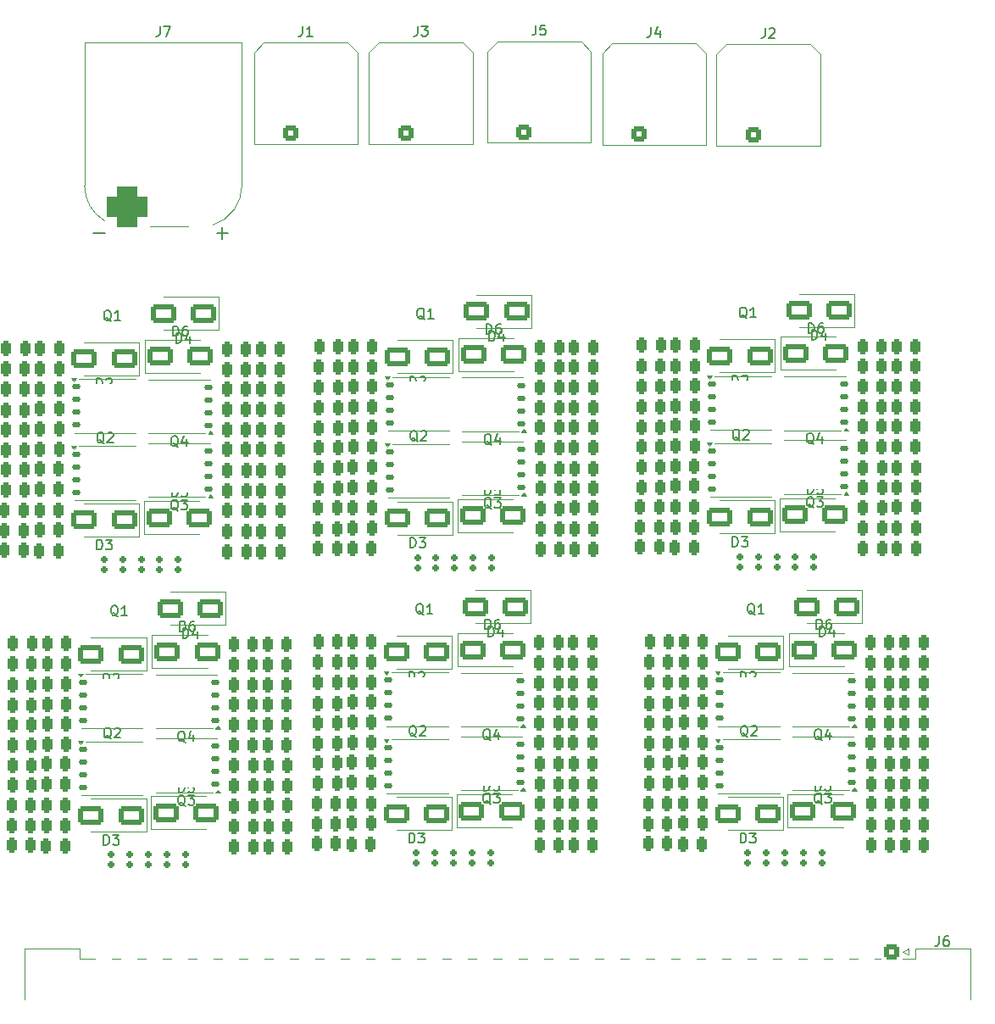
<source format=gbr>
%TF.GenerationSoftware,KiCad,Pcbnew,9.0.3*%
%TF.CreationDate,2025-09-23T23:00:58+02:00*%
%TF.ProjectId,ModuCard-GPIO-AUX,4d6f6475-4361-4726-942d-4750494f2d41,rev?*%
%TF.SameCoordinates,Original*%
%TF.FileFunction,Legend,Top*%
%TF.FilePolarity,Positive*%
%FSLAX46Y46*%
G04 Gerber Fmt 4.6, Leading zero omitted, Abs format (unit mm)*
G04 Created by KiCad (PCBNEW 9.0.3) date 2025-09-23 23:00:58*
%MOMM*%
%LPD*%
G01*
G04 APERTURE LIST*
G04 Aperture macros list*
%AMRoundRect*
0 Rectangle with rounded corners*
0 $1 Rounding radius*
0 $2 $3 $4 $5 $6 $7 $8 $9 X,Y pos of 4 corners*
0 Add a 4 corners polygon primitive as box body*
4,1,4,$2,$3,$4,$5,$6,$7,$8,$9,$2,$3,0*
0 Add four circle primitives for the rounded corners*
1,1,$1+$1,$2,$3*
1,1,$1+$1,$4,$5*
1,1,$1+$1,$6,$7*
1,1,$1+$1,$8,$9*
0 Add four rect primitives between the rounded corners*
20,1,$1+$1,$2,$3,$4,$5,0*
20,1,$1+$1,$4,$5,$6,$7,0*
20,1,$1+$1,$6,$7,$8,$9,0*
20,1,$1+$1,$8,$9,$2,$3,0*%
%AMFreePoly0*
4,1,17,2.675000,1.605000,1.875000,1.605000,1.875000,0.935000,2.675000,0.935000,2.675000,0.335000,1.875000,0.335000,1.875000,-0.335000,2.675000,-0.335000,2.675000,-0.935000,1.875000,-0.935000,1.875000,-1.605000,2.675000,-1.605000,2.675000,-2.205000,-1.875000,-2.205000,-1.875000,2.205000,2.675000,2.205000,2.675000,1.605000,2.675000,1.605000,$1*%
G04 Aperture macros list end*
%ADD10C,0.150000*%
%ADD11C,0.120000*%
%ADD12RoundRect,0.269000X0.269000X0.494000X-0.269000X0.494000X-0.269000X-0.494000X0.269000X-0.494000X0*%
%ADD13RoundRect,0.159000X-0.189000X0.159000X-0.189000X-0.159000X0.189000X-0.159000X0.189000X0.159000X0*%
%ADD14FreePoly0,0.000000*%
%ADD15RoundRect,0.125000X-0.300000X-0.125000X0.300000X-0.125000X0.300000X0.125000X-0.300000X0.125000X0*%
%ADD16RoundRect,0.250000X-1.000000X-0.650000X1.000000X-0.650000X1.000000X0.650000X-1.000000X0.650000X0*%
%ADD17RoundRect,0.250000X1.000000X0.650000X-1.000000X0.650000X-1.000000X-0.650000X1.000000X-0.650000X0*%
%ADD18FreePoly0,180.000000*%
%ADD19RoundRect,0.125000X0.300000X0.125000X-0.300000X0.125000X-0.300000X-0.125000X0.300000X-0.125000X0*%
%ADD20C,3.000000*%
%ADD21RoundRect,0.250001X-0.499999X-0.499999X0.499999X-0.499999X0.499999X0.499999X-0.499999X0.499999X0*%
%ADD22C,1.500000*%
%ADD23R,0.900000X2.000000*%
%ADD24RoundRect,1.025000X-1.025000X-1.025000X1.025000X-1.025000X1.025000X1.025000X-1.025000X1.025000X0*%
%ADD25C,4.100000*%
%ADD26C,2.850000*%
%ADD27RoundRect,0.249999X0.525001X0.525001X-0.525001X0.525001X-0.525001X-0.525001X0.525001X-0.525001X0*%
%ADD28C,1.550000*%
G04 APERTURE END LIST*
D10*
X138904761Y-127560057D02*
X138809523Y-127512438D01*
X138809523Y-127512438D02*
X138714285Y-127417200D01*
X138714285Y-127417200D02*
X138571428Y-127274342D01*
X138571428Y-127274342D02*
X138476190Y-127226723D01*
X138476190Y-127226723D02*
X138380952Y-127226723D01*
X138428571Y-127464819D02*
X138333333Y-127417200D01*
X138333333Y-127417200D02*
X138238095Y-127321961D01*
X138238095Y-127321961D02*
X138190476Y-127131485D01*
X138190476Y-127131485D02*
X138190476Y-126798152D01*
X138190476Y-126798152D02*
X138238095Y-126607676D01*
X138238095Y-126607676D02*
X138333333Y-126512438D01*
X138333333Y-126512438D02*
X138428571Y-126464819D01*
X138428571Y-126464819D02*
X138619047Y-126464819D01*
X138619047Y-126464819D02*
X138714285Y-126512438D01*
X138714285Y-126512438D02*
X138809523Y-126607676D01*
X138809523Y-126607676D02*
X138857142Y-126798152D01*
X138857142Y-126798152D02*
X138857142Y-127131485D01*
X138857142Y-127131485D02*
X138809523Y-127321961D01*
X138809523Y-127321961D02*
X138714285Y-127417200D01*
X138714285Y-127417200D02*
X138619047Y-127464819D01*
X138619047Y-127464819D02*
X138428571Y-127464819D01*
X139809523Y-127464819D02*
X139238095Y-127464819D01*
X139523809Y-127464819D02*
X139523809Y-126464819D01*
X139523809Y-126464819D02*
X139428571Y-126607676D01*
X139428571Y-126607676D02*
X139333333Y-126702914D01*
X139333333Y-126702914D02*
X139238095Y-126750533D01*
X145061905Y-129024819D02*
X145061905Y-128024819D01*
X145061905Y-128024819D02*
X145300000Y-128024819D01*
X145300000Y-128024819D02*
X145442857Y-128072438D01*
X145442857Y-128072438D02*
X145538095Y-128167676D01*
X145538095Y-128167676D02*
X145585714Y-128262914D01*
X145585714Y-128262914D02*
X145633333Y-128453390D01*
X145633333Y-128453390D02*
X145633333Y-128596247D01*
X145633333Y-128596247D02*
X145585714Y-128786723D01*
X145585714Y-128786723D02*
X145538095Y-128881961D01*
X145538095Y-128881961D02*
X145442857Y-128977200D01*
X145442857Y-128977200D02*
X145300000Y-129024819D01*
X145300000Y-129024819D02*
X145061905Y-129024819D01*
X146490476Y-128024819D02*
X146300000Y-128024819D01*
X146300000Y-128024819D02*
X146204762Y-128072438D01*
X146204762Y-128072438D02*
X146157143Y-128120057D01*
X146157143Y-128120057D02*
X146061905Y-128262914D01*
X146061905Y-128262914D02*
X146014286Y-128453390D01*
X146014286Y-128453390D02*
X146014286Y-128834342D01*
X146014286Y-128834342D02*
X146061905Y-128929580D01*
X146061905Y-128929580D02*
X146109524Y-128977200D01*
X146109524Y-128977200D02*
X146204762Y-129024819D01*
X146204762Y-129024819D02*
X146395238Y-129024819D01*
X146395238Y-129024819D02*
X146490476Y-128977200D01*
X146490476Y-128977200D02*
X146538095Y-128929580D01*
X146538095Y-128929580D02*
X146585714Y-128834342D01*
X146585714Y-128834342D02*
X146585714Y-128596247D01*
X146585714Y-128596247D02*
X146538095Y-128501009D01*
X146538095Y-128501009D02*
X146490476Y-128453390D01*
X146490476Y-128453390D02*
X146395238Y-128405771D01*
X146395238Y-128405771D02*
X146204762Y-128405771D01*
X146204762Y-128405771D02*
X146109524Y-128453390D01*
X146109524Y-128453390D02*
X146061905Y-128501009D01*
X146061905Y-128501009D02*
X146014286Y-128596247D01*
X138204761Y-139770057D02*
X138109523Y-139722438D01*
X138109523Y-139722438D02*
X138014285Y-139627200D01*
X138014285Y-139627200D02*
X137871428Y-139484342D01*
X137871428Y-139484342D02*
X137776190Y-139436723D01*
X137776190Y-139436723D02*
X137680952Y-139436723D01*
X137728571Y-139674819D02*
X137633333Y-139627200D01*
X137633333Y-139627200D02*
X137538095Y-139531961D01*
X137538095Y-139531961D02*
X137490476Y-139341485D01*
X137490476Y-139341485D02*
X137490476Y-139008152D01*
X137490476Y-139008152D02*
X137538095Y-138817676D01*
X137538095Y-138817676D02*
X137633333Y-138722438D01*
X137633333Y-138722438D02*
X137728571Y-138674819D01*
X137728571Y-138674819D02*
X137919047Y-138674819D01*
X137919047Y-138674819D02*
X138014285Y-138722438D01*
X138014285Y-138722438D02*
X138109523Y-138817676D01*
X138109523Y-138817676D02*
X138157142Y-139008152D01*
X138157142Y-139008152D02*
X138157142Y-139341485D01*
X138157142Y-139341485D02*
X138109523Y-139531961D01*
X138109523Y-139531961D02*
X138014285Y-139627200D01*
X138014285Y-139627200D02*
X137919047Y-139674819D01*
X137919047Y-139674819D02*
X137728571Y-139674819D01*
X138538095Y-138770057D02*
X138585714Y-138722438D01*
X138585714Y-138722438D02*
X138680952Y-138674819D01*
X138680952Y-138674819D02*
X138919047Y-138674819D01*
X138919047Y-138674819D02*
X139014285Y-138722438D01*
X139014285Y-138722438D02*
X139061904Y-138770057D01*
X139061904Y-138770057D02*
X139109523Y-138865295D01*
X139109523Y-138865295D02*
X139109523Y-138960533D01*
X139109523Y-138960533D02*
X139061904Y-139103390D01*
X139061904Y-139103390D02*
X138490476Y-139674819D01*
X138490476Y-139674819D02*
X139109523Y-139674819D01*
X137461905Y-150364819D02*
X137461905Y-149364819D01*
X137461905Y-149364819D02*
X137700000Y-149364819D01*
X137700000Y-149364819D02*
X137842857Y-149412438D01*
X137842857Y-149412438D02*
X137938095Y-149507676D01*
X137938095Y-149507676D02*
X137985714Y-149602914D01*
X137985714Y-149602914D02*
X138033333Y-149793390D01*
X138033333Y-149793390D02*
X138033333Y-149936247D01*
X138033333Y-149936247D02*
X137985714Y-150126723D01*
X137985714Y-150126723D02*
X137938095Y-150221961D01*
X137938095Y-150221961D02*
X137842857Y-150317200D01*
X137842857Y-150317200D02*
X137700000Y-150364819D01*
X137700000Y-150364819D02*
X137461905Y-150364819D01*
X138366667Y-149364819D02*
X138985714Y-149364819D01*
X138985714Y-149364819D02*
X138652381Y-149745771D01*
X138652381Y-149745771D02*
X138795238Y-149745771D01*
X138795238Y-149745771D02*
X138890476Y-149793390D01*
X138890476Y-149793390D02*
X138938095Y-149841009D01*
X138938095Y-149841009D02*
X138985714Y-149936247D01*
X138985714Y-149936247D02*
X138985714Y-150174342D01*
X138985714Y-150174342D02*
X138938095Y-150269580D01*
X138938095Y-150269580D02*
X138890476Y-150317200D01*
X138890476Y-150317200D02*
X138795238Y-150364819D01*
X138795238Y-150364819D02*
X138509524Y-150364819D01*
X138509524Y-150364819D02*
X138414286Y-150317200D01*
X138414286Y-150317200D02*
X138366667Y-150269580D01*
X144961905Y-145124819D02*
X144961905Y-144124819D01*
X144961905Y-144124819D02*
X145200000Y-144124819D01*
X145200000Y-144124819D02*
X145342857Y-144172438D01*
X145342857Y-144172438D02*
X145438095Y-144267676D01*
X145438095Y-144267676D02*
X145485714Y-144362914D01*
X145485714Y-144362914D02*
X145533333Y-144553390D01*
X145533333Y-144553390D02*
X145533333Y-144696247D01*
X145533333Y-144696247D02*
X145485714Y-144886723D01*
X145485714Y-144886723D02*
X145438095Y-144981961D01*
X145438095Y-144981961D02*
X145342857Y-145077200D01*
X145342857Y-145077200D02*
X145200000Y-145124819D01*
X145200000Y-145124819D02*
X144961905Y-145124819D01*
X146438095Y-144124819D02*
X145961905Y-144124819D01*
X145961905Y-144124819D02*
X145914286Y-144601009D01*
X145914286Y-144601009D02*
X145961905Y-144553390D01*
X145961905Y-144553390D02*
X146057143Y-144505771D01*
X146057143Y-144505771D02*
X146295238Y-144505771D01*
X146295238Y-144505771D02*
X146390476Y-144553390D01*
X146390476Y-144553390D02*
X146438095Y-144601009D01*
X146438095Y-144601009D02*
X146485714Y-144696247D01*
X146485714Y-144696247D02*
X146485714Y-144934342D01*
X146485714Y-144934342D02*
X146438095Y-145029580D01*
X146438095Y-145029580D02*
X146390476Y-145077200D01*
X146390476Y-145077200D02*
X146295238Y-145124819D01*
X146295238Y-145124819D02*
X146057143Y-145124819D01*
X146057143Y-145124819D02*
X145961905Y-145077200D01*
X145961905Y-145077200D02*
X145914286Y-145029580D01*
X145604761Y-146485057D02*
X145509523Y-146437438D01*
X145509523Y-146437438D02*
X145414285Y-146342200D01*
X145414285Y-146342200D02*
X145271428Y-146199342D01*
X145271428Y-146199342D02*
X145176190Y-146151723D01*
X145176190Y-146151723D02*
X145080952Y-146151723D01*
X145128571Y-146389819D02*
X145033333Y-146342200D01*
X145033333Y-146342200D02*
X144938095Y-146246961D01*
X144938095Y-146246961D02*
X144890476Y-146056485D01*
X144890476Y-146056485D02*
X144890476Y-145723152D01*
X144890476Y-145723152D02*
X144938095Y-145532676D01*
X144938095Y-145532676D02*
X145033333Y-145437438D01*
X145033333Y-145437438D02*
X145128571Y-145389819D01*
X145128571Y-145389819D02*
X145319047Y-145389819D01*
X145319047Y-145389819D02*
X145414285Y-145437438D01*
X145414285Y-145437438D02*
X145509523Y-145532676D01*
X145509523Y-145532676D02*
X145557142Y-145723152D01*
X145557142Y-145723152D02*
X145557142Y-146056485D01*
X145557142Y-146056485D02*
X145509523Y-146246961D01*
X145509523Y-146246961D02*
X145414285Y-146342200D01*
X145414285Y-146342200D02*
X145319047Y-146389819D01*
X145319047Y-146389819D02*
X145128571Y-146389819D01*
X145890476Y-145389819D02*
X146509523Y-145389819D01*
X146509523Y-145389819D02*
X146176190Y-145770771D01*
X146176190Y-145770771D02*
X146319047Y-145770771D01*
X146319047Y-145770771D02*
X146414285Y-145818390D01*
X146414285Y-145818390D02*
X146461904Y-145866009D01*
X146461904Y-145866009D02*
X146509523Y-145961247D01*
X146509523Y-145961247D02*
X146509523Y-146199342D01*
X146509523Y-146199342D02*
X146461904Y-146294580D01*
X146461904Y-146294580D02*
X146414285Y-146342200D01*
X146414285Y-146342200D02*
X146319047Y-146389819D01*
X146319047Y-146389819D02*
X146033333Y-146389819D01*
X146033333Y-146389819D02*
X145938095Y-146342200D01*
X145938095Y-146342200D02*
X145890476Y-146294580D01*
X145604761Y-140115057D02*
X145509523Y-140067438D01*
X145509523Y-140067438D02*
X145414285Y-139972200D01*
X145414285Y-139972200D02*
X145271428Y-139829342D01*
X145271428Y-139829342D02*
X145176190Y-139781723D01*
X145176190Y-139781723D02*
X145080952Y-139781723D01*
X145128571Y-140019819D02*
X145033333Y-139972200D01*
X145033333Y-139972200D02*
X144938095Y-139876961D01*
X144938095Y-139876961D02*
X144890476Y-139686485D01*
X144890476Y-139686485D02*
X144890476Y-139353152D01*
X144890476Y-139353152D02*
X144938095Y-139162676D01*
X144938095Y-139162676D02*
X145033333Y-139067438D01*
X145033333Y-139067438D02*
X145128571Y-139019819D01*
X145128571Y-139019819D02*
X145319047Y-139019819D01*
X145319047Y-139019819D02*
X145414285Y-139067438D01*
X145414285Y-139067438D02*
X145509523Y-139162676D01*
X145509523Y-139162676D02*
X145557142Y-139353152D01*
X145557142Y-139353152D02*
X145557142Y-139686485D01*
X145557142Y-139686485D02*
X145509523Y-139876961D01*
X145509523Y-139876961D02*
X145414285Y-139972200D01*
X145414285Y-139972200D02*
X145319047Y-140019819D01*
X145319047Y-140019819D02*
X145128571Y-140019819D01*
X146414285Y-139353152D02*
X146414285Y-140019819D01*
X146176190Y-138972200D02*
X145938095Y-139686485D01*
X145938095Y-139686485D02*
X146557142Y-139686485D01*
X137461905Y-134264819D02*
X137461905Y-133264819D01*
X137461905Y-133264819D02*
X137700000Y-133264819D01*
X137700000Y-133264819D02*
X137842857Y-133312438D01*
X137842857Y-133312438D02*
X137938095Y-133407676D01*
X137938095Y-133407676D02*
X137985714Y-133502914D01*
X137985714Y-133502914D02*
X138033333Y-133693390D01*
X138033333Y-133693390D02*
X138033333Y-133836247D01*
X138033333Y-133836247D02*
X137985714Y-134026723D01*
X137985714Y-134026723D02*
X137938095Y-134121961D01*
X137938095Y-134121961D02*
X137842857Y-134217200D01*
X137842857Y-134217200D02*
X137700000Y-134264819D01*
X137700000Y-134264819D02*
X137461905Y-134264819D01*
X138414286Y-133360057D02*
X138461905Y-133312438D01*
X138461905Y-133312438D02*
X138557143Y-133264819D01*
X138557143Y-133264819D02*
X138795238Y-133264819D01*
X138795238Y-133264819D02*
X138890476Y-133312438D01*
X138890476Y-133312438D02*
X138938095Y-133360057D01*
X138938095Y-133360057D02*
X138985714Y-133455295D01*
X138985714Y-133455295D02*
X138985714Y-133550533D01*
X138985714Y-133550533D02*
X138938095Y-133693390D01*
X138938095Y-133693390D02*
X138366667Y-134264819D01*
X138366667Y-134264819D02*
X138985714Y-134264819D01*
X145361905Y-129724819D02*
X145361905Y-128724819D01*
X145361905Y-128724819D02*
X145600000Y-128724819D01*
X145600000Y-128724819D02*
X145742857Y-128772438D01*
X145742857Y-128772438D02*
X145838095Y-128867676D01*
X145838095Y-128867676D02*
X145885714Y-128962914D01*
X145885714Y-128962914D02*
X145933333Y-129153390D01*
X145933333Y-129153390D02*
X145933333Y-129296247D01*
X145933333Y-129296247D02*
X145885714Y-129486723D01*
X145885714Y-129486723D02*
X145838095Y-129581961D01*
X145838095Y-129581961D02*
X145742857Y-129677200D01*
X145742857Y-129677200D02*
X145600000Y-129724819D01*
X145600000Y-129724819D02*
X145361905Y-129724819D01*
X146790476Y-129058152D02*
X146790476Y-129724819D01*
X146552381Y-128677200D02*
X146314286Y-129391485D01*
X146314286Y-129391485D02*
X146933333Y-129391485D01*
X138104761Y-97960057D02*
X138009523Y-97912438D01*
X138009523Y-97912438D02*
X137914285Y-97817200D01*
X137914285Y-97817200D02*
X137771428Y-97674342D01*
X137771428Y-97674342D02*
X137676190Y-97626723D01*
X137676190Y-97626723D02*
X137580952Y-97626723D01*
X137628571Y-97864819D02*
X137533333Y-97817200D01*
X137533333Y-97817200D02*
X137438095Y-97721961D01*
X137438095Y-97721961D02*
X137390476Y-97531485D01*
X137390476Y-97531485D02*
X137390476Y-97198152D01*
X137390476Y-97198152D02*
X137438095Y-97007676D01*
X137438095Y-97007676D02*
X137533333Y-96912438D01*
X137533333Y-96912438D02*
X137628571Y-96864819D01*
X137628571Y-96864819D02*
X137819047Y-96864819D01*
X137819047Y-96864819D02*
X137914285Y-96912438D01*
X137914285Y-96912438D02*
X138009523Y-97007676D01*
X138009523Y-97007676D02*
X138057142Y-97198152D01*
X138057142Y-97198152D02*
X138057142Y-97531485D01*
X138057142Y-97531485D02*
X138009523Y-97721961D01*
X138009523Y-97721961D02*
X137914285Y-97817200D01*
X137914285Y-97817200D02*
X137819047Y-97864819D01*
X137819047Y-97864819D02*
X137628571Y-97864819D01*
X139009523Y-97864819D02*
X138438095Y-97864819D01*
X138723809Y-97864819D02*
X138723809Y-96864819D01*
X138723809Y-96864819D02*
X138628571Y-97007676D01*
X138628571Y-97007676D02*
X138533333Y-97102914D01*
X138533333Y-97102914D02*
X138438095Y-97150533D01*
X144261905Y-99424819D02*
X144261905Y-98424819D01*
X144261905Y-98424819D02*
X144500000Y-98424819D01*
X144500000Y-98424819D02*
X144642857Y-98472438D01*
X144642857Y-98472438D02*
X144738095Y-98567676D01*
X144738095Y-98567676D02*
X144785714Y-98662914D01*
X144785714Y-98662914D02*
X144833333Y-98853390D01*
X144833333Y-98853390D02*
X144833333Y-98996247D01*
X144833333Y-98996247D02*
X144785714Y-99186723D01*
X144785714Y-99186723D02*
X144738095Y-99281961D01*
X144738095Y-99281961D02*
X144642857Y-99377200D01*
X144642857Y-99377200D02*
X144500000Y-99424819D01*
X144500000Y-99424819D02*
X144261905Y-99424819D01*
X145690476Y-98424819D02*
X145500000Y-98424819D01*
X145500000Y-98424819D02*
X145404762Y-98472438D01*
X145404762Y-98472438D02*
X145357143Y-98520057D01*
X145357143Y-98520057D02*
X145261905Y-98662914D01*
X145261905Y-98662914D02*
X145214286Y-98853390D01*
X145214286Y-98853390D02*
X145214286Y-99234342D01*
X145214286Y-99234342D02*
X145261905Y-99329580D01*
X145261905Y-99329580D02*
X145309524Y-99377200D01*
X145309524Y-99377200D02*
X145404762Y-99424819D01*
X145404762Y-99424819D02*
X145595238Y-99424819D01*
X145595238Y-99424819D02*
X145690476Y-99377200D01*
X145690476Y-99377200D02*
X145738095Y-99329580D01*
X145738095Y-99329580D02*
X145785714Y-99234342D01*
X145785714Y-99234342D02*
X145785714Y-98996247D01*
X145785714Y-98996247D02*
X145738095Y-98901009D01*
X145738095Y-98901009D02*
X145690476Y-98853390D01*
X145690476Y-98853390D02*
X145595238Y-98805771D01*
X145595238Y-98805771D02*
X145404762Y-98805771D01*
X145404762Y-98805771D02*
X145309524Y-98853390D01*
X145309524Y-98853390D02*
X145261905Y-98901009D01*
X145261905Y-98901009D02*
X145214286Y-98996247D01*
X137404761Y-110170057D02*
X137309523Y-110122438D01*
X137309523Y-110122438D02*
X137214285Y-110027200D01*
X137214285Y-110027200D02*
X137071428Y-109884342D01*
X137071428Y-109884342D02*
X136976190Y-109836723D01*
X136976190Y-109836723D02*
X136880952Y-109836723D01*
X136928571Y-110074819D02*
X136833333Y-110027200D01*
X136833333Y-110027200D02*
X136738095Y-109931961D01*
X136738095Y-109931961D02*
X136690476Y-109741485D01*
X136690476Y-109741485D02*
X136690476Y-109408152D01*
X136690476Y-109408152D02*
X136738095Y-109217676D01*
X136738095Y-109217676D02*
X136833333Y-109122438D01*
X136833333Y-109122438D02*
X136928571Y-109074819D01*
X136928571Y-109074819D02*
X137119047Y-109074819D01*
X137119047Y-109074819D02*
X137214285Y-109122438D01*
X137214285Y-109122438D02*
X137309523Y-109217676D01*
X137309523Y-109217676D02*
X137357142Y-109408152D01*
X137357142Y-109408152D02*
X137357142Y-109741485D01*
X137357142Y-109741485D02*
X137309523Y-109931961D01*
X137309523Y-109931961D02*
X137214285Y-110027200D01*
X137214285Y-110027200D02*
X137119047Y-110074819D01*
X137119047Y-110074819D02*
X136928571Y-110074819D01*
X137738095Y-109170057D02*
X137785714Y-109122438D01*
X137785714Y-109122438D02*
X137880952Y-109074819D01*
X137880952Y-109074819D02*
X138119047Y-109074819D01*
X138119047Y-109074819D02*
X138214285Y-109122438D01*
X138214285Y-109122438D02*
X138261904Y-109170057D01*
X138261904Y-109170057D02*
X138309523Y-109265295D01*
X138309523Y-109265295D02*
X138309523Y-109360533D01*
X138309523Y-109360533D02*
X138261904Y-109503390D01*
X138261904Y-109503390D02*
X137690476Y-110074819D01*
X137690476Y-110074819D02*
X138309523Y-110074819D01*
X136661905Y-120764819D02*
X136661905Y-119764819D01*
X136661905Y-119764819D02*
X136900000Y-119764819D01*
X136900000Y-119764819D02*
X137042857Y-119812438D01*
X137042857Y-119812438D02*
X137138095Y-119907676D01*
X137138095Y-119907676D02*
X137185714Y-120002914D01*
X137185714Y-120002914D02*
X137233333Y-120193390D01*
X137233333Y-120193390D02*
X137233333Y-120336247D01*
X137233333Y-120336247D02*
X137185714Y-120526723D01*
X137185714Y-120526723D02*
X137138095Y-120621961D01*
X137138095Y-120621961D02*
X137042857Y-120717200D01*
X137042857Y-120717200D02*
X136900000Y-120764819D01*
X136900000Y-120764819D02*
X136661905Y-120764819D01*
X137566667Y-119764819D02*
X138185714Y-119764819D01*
X138185714Y-119764819D02*
X137852381Y-120145771D01*
X137852381Y-120145771D02*
X137995238Y-120145771D01*
X137995238Y-120145771D02*
X138090476Y-120193390D01*
X138090476Y-120193390D02*
X138138095Y-120241009D01*
X138138095Y-120241009D02*
X138185714Y-120336247D01*
X138185714Y-120336247D02*
X138185714Y-120574342D01*
X138185714Y-120574342D02*
X138138095Y-120669580D01*
X138138095Y-120669580D02*
X138090476Y-120717200D01*
X138090476Y-120717200D02*
X137995238Y-120764819D01*
X137995238Y-120764819D02*
X137709524Y-120764819D01*
X137709524Y-120764819D02*
X137614286Y-120717200D01*
X137614286Y-120717200D02*
X137566667Y-120669580D01*
X144161905Y-115524819D02*
X144161905Y-114524819D01*
X144161905Y-114524819D02*
X144400000Y-114524819D01*
X144400000Y-114524819D02*
X144542857Y-114572438D01*
X144542857Y-114572438D02*
X144638095Y-114667676D01*
X144638095Y-114667676D02*
X144685714Y-114762914D01*
X144685714Y-114762914D02*
X144733333Y-114953390D01*
X144733333Y-114953390D02*
X144733333Y-115096247D01*
X144733333Y-115096247D02*
X144685714Y-115286723D01*
X144685714Y-115286723D02*
X144638095Y-115381961D01*
X144638095Y-115381961D02*
X144542857Y-115477200D01*
X144542857Y-115477200D02*
X144400000Y-115524819D01*
X144400000Y-115524819D02*
X144161905Y-115524819D01*
X145638095Y-114524819D02*
X145161905Y-114524819D01*
X145161905Y-114524819D02*
X145114286Y-115001009D01*
X145114286Y-115001009D02*
X145161905Y-114953390D01*
X145161905Y-114953390D02*
X145257143Y-114905771D01*
X145257143Y-114905771D02*
X145495238Y-114905771D01*
X145495238Y-114905771D02*
X145590476Y-114953390D01*
X145590476Y-114953390D02*
X145638095Y-115001009D01*
X145638095Y-115001009D02*
X145685714Y-115096247D01*
X145685714Y-115096247D02*
X145685714Y-115334342D01*
X145685714Y-115334342D02*
X145638095Y-115429580D01*
X145638095Y-115429580D02*
X145590476Y-115477200D01*
X145590476Y-115477200D02*
X145495238Y-115524819D01*
X145495238Y-115524819D02*
X145257143Y-115524819D01*
X145257143Y-115524819D02*
X145161905Y-115477200D01*
X145161905Y-115477200D02*
X145114286Y-115429580D01*
X144804761Y-116885057D02*
X144709523Y-116837438D01*
X144709523Y-116837438D02*
X144614285Y-116742200D01*
X144614285Y-116742200D02*
X144471428Y-116599342D01*
X144471428Y-116599342D02*
X144376190Y-116551723D01*
X144376190Y-116551723D02*
X144280952Y-116551723D01*
X144328571Y-116789819D02*
X144233333Y-116742200D01*
X144233333Y-116742200D02*
X144138095Y-116646961D01*
X144138095Y-116646961D02*
X144090476Y-116456485D01*
X144090476Y-116456485D02*
X144090476Y-116123152D01*
X144090476Y-116123152D02*
X144138095Y-115932676D01*
X144138095Y-115932676D02*
X144233333Y-115837438D01*
X144233333Y-115837438D02*
X144328571Y-115789819D01*
X144328571Y-115789819D02*
X144519047Y-115789819D01*
X144519047Y-115789819D02*
X144614285Y-115837438D01*
X144614285Y-115837438D02*
X144709523Y-115932676D01*
X144709523Y-115932676D02*
X144757142Y-116123152D01*
X144757142Y-116123152D02*
X144757142Y-116456485D01*
X144757142Y-116456485D02*
X144709523Y-116646961D01*
X144709523Y-116646961D02*
X144614285Y-116742200D01*
X144614285Y-116742200D02*
X144519047Y-116789819D01*
X144519047Y-116789819D02*
X144328571Y-116789819D01*
X145090476Y-115789819D02*
X145709523Y-115789819D01*
X145709523Y-115789819D02*
X145376190Y-116170771D01*
X145376190Y-116170771D02*
X145519047Y-116170771D01*
X145519047Y-116170771D02*
X145614285Y-116218390D01*
X145614285Y-116218390D02*
X145661904Y-116266009D01*
X145661904Y-116266009D02*
X145709523Y-116361247D01*
X145709523Y-116361247D02*
X145709523Y-116599342D01*
X145709523Y-116599342D02*
X145661904Y-116694580D01*
X145661904Y-116694580D02*
X145614285Y-116742200D01*
X145614285Y-116742200D02*
X145519047Y-116789819D01*
X145519047Y-116789819D02*
X145233333Y-116789819D01*
X145233333Y-116789819D02*
X145138095Y-116742200D01*
X145138095Y-116742200D02*
X145090476Y-116694580D01*
X144804761Y-110515057D02*
X144709523Y-110467438D01*
X144709523Y-110467438D02*
X144614285Y-110372200D01*
X144614285Y-110372200D02*
X144471428Y-110229342D01*
X144471428Y-110229342D02*
X144376190Y-110181723D01*
X144376190Y-110181723D02*
X144280952Y-110181723D01*
X144328571Y-110419819D02*
X144233333Y-110372200D01*
X144233333Y-110372200D02*
X144138095Y-110276961D01*
X144138095Y-110276961D02*
X144090476Y-110086485D01*
X144090476Y-110086485D02*
X144090476Y-109753152D01*
X144090476Y-109753152D02*
X144138095Y-109562676D01*
X144138095Y-109562676D02*
X144233333Y-109467438D01*
X144233333Y-109467438D02*
X144328571Y-109419819D01*
X144328571Y-109419819D02*
X144519047Y-109419819D01*
X144519047Y-109419819D02*
X144614285Y-109467438D01*
X144614285Y-109467438D02*
X144709523Y-109562676D01*
X144709523Y-109562676D02*
X144757142Y-109753152D01*
X144757142Y-109753152D02*
X144757142Y-110086485D01*
X144757142Y-110086485D02*
X144709523Y-110276961D01*
X144709523Y-110276961D02*
X144614285Y-110372200D01*
X144614285Y-110372200D02*
X144519047Y-110419819D01*
X144519047Y-110419819D02*
X144328571Y-110419819D01*
X145614285Y-109753152D02*
X145614285Y-110419819D01*
X145376190Y-109372200D02*
X145138095Y-110086485D01*
X145138095Y-110086485D02*
X145757142Y-110086485D01*
X136661905Y-104664819D02*
X136661905Y-103664819D01*
X136661905Y-103664819D02*
X136900000Y-103664819D01*
X136900000Y-103664819D02*
X137042857Y-103712438D01*
X137042857Y-103712438D02*
X137138095Y-103807676D01*
X137138095Y-103807676D02*
X137185714Y-103902914D01*
X137185714Y-103902914D02*
X137233333Y-104093390D01*
X137233333Y-104093390D02*
X137233333Y-104236247D01*
X137233333Y-104236247D02*
X137185714Y-104426723D01*
X137185714Y-104426723D02*
X137138095Y-104521961D01*
X137138095Y-104521961D02*
X137042857Y-104617200D01*
X137042857Y-104617200D02*
X136900000Y-104664819D01*
X136900000Y-104664819D02*
X136661905Y-104664819D01*
X137614286Y-103760057D02*
X137661905Y-103712438D01*
X137661905Y-103712438D02*
X137757143Y-103664819D01*
X137757143Y-103664819D02*
X137995238Y-103664819D01*
X137995238Y-103664819D02*
X138090476Y-103712438D01*
X138090476Y-103712438D02*
X138138095Y-103760057D01*
X138138095Y-103760057D02*
X138185714Y-103855295D01*
X138185714Y-103855295D02*
X138185714Y-103950533D01*
X138185714Y-103950533D02*
X138138095Y-104093390D01*
X138138095Y-104093390D02*
X137566667Y-104664819D01*
X137566667Y-104664819D02*
X138185714Y-104664819D01*
X144561905Y-100124819D02*
X144561905Y-99124819D01*
X144561905Y-99124819D02*
X144800000Y-99124819D01*
X144800000Y-99124819D02*
X144942857Y-99172438D01*
X144942857Y-99172438D02*
X145038095Y-99267676D01*
X145038095Y-99267676D02*
X145085714Y-99362914D01*
X145085714Y-99362914D02*
X145133333Y-99553390D01*
X145133333Y-99553390D02*
X145133333Y-99696247D01*
X145133333Y-99696247D02*
X145085714Y-99886723D01*
X145085714Y-99886723D02*
X145038095Y-99981961D01*
X145038095Y-99981961D02*
X144942857Y-100077200D01*
X144942857Y-100077200D02*
X144800000Y-100124819D01*
X144800000Y-100124819D02*
X144561905Y-100124819D01*
X145990476Y-99458152D02*
X145990476Y-100124819D01*
X145752381Y-99077200D02*
X145514286Y-99791485D01*
X145514286Y-99791485D02*
X146133333Y-99791485D01*
X105804761Y-127560057D02*
X105709523Y-127512438D01*
X105709523Y-127512438D02*
X105614285Y-127417200D01*
X105614285Y-127417200D02*
X105471428Y-127274342D01*
X105471428Y-127274342D02*
X105376190Y-127226723D01*
X105376190Y-127226723D02*
X105280952Y-127226723D01*
X105328571Y-127464819D02*
X105233333Y-127417200D01*
X105233333Y-127417200D02*
X105138095Y-127321961D01*
X105138095Y-127321961D02*
X105090476Y-127131485D01*
X105090476Y-127131485D02*
X105090476Y-126798152D01*
X105090476Y-126798152D02*
X105138095Y-126607676D01*
X105138095Y-126607676D02*
X105233333Y-126512438D01*
X105233333Y-126512438D02*
X105328571Y-126464819D01*
X105328571Y-126464819D02*
X105519047Y-126464819D01*
X105519047Y-126464819D02*
X105614285Y-126512438D01*
X105614285Y-126512438D02*
X105709523Y-126607676D01*
X105709523Y-126607676D02*
X105757142Y-126798152D01*
X105757142Y-126798152D02*
X105757142Y-127131485D01*
X105757142Y-127131485D02*
X105709523Y-127321961D01*
X105709523Y-127321961D02*
X105614285Y-127417200D01*
X105614285Y-127417200D02*
X105519047Y-127464819D01*
X105519047Y-127464819D02*
X105328571Y-127464819D01*
X106709523Y-127464819D02*
X106138095Y-127464819D01*
X106423809Y-127464819D02*
X106423809Y-126464819D01*
X106423809Y-126464819D02*
X106328571Y-126607676D01*
X106328571Y-126607676D02*
X106233333Y-126702914D01*
X106233333Y-126702914D02*
X106138095Y-126750533D01*
X111961905Y-129024819D02*
X111961905Y-128024819D01*
X111961905Y-128024819D02*
X112200000Y-128024819D01*
X112200000Y-128024819D02*
X112342857Y-128072438D01*
X112342857Y-128072438D02*
X112438095Y-128167676D01*
X112438095Y-128167676D02*
X112485714Y-128262914D01*
X112485714Y-128262914D02*
X112533333Y-128453390D01*
X112533333Y-128453390D02*
X112533333Y-128596247D01*
X112533333Y-128596247D02*
X112485714Y-128786723D01*
X112485714Y-128786723D02*
X112438095Y-128881961D01*
X112438095Y-128881961D02*
X112342857Y-128977200D01*
X112342857Y-128977200D02*
X112200000Y-129024819D01*
X112200000Y-129024819D02*
X111961905Y-129024819D01*
X113390476Y-128024819D02*
X113200000Y-128024819D01*
X113200000Y-128024819D02*
X113104762Y-128072438D01*
X113104762Y-128072438D02*
X113057143Y-128120057D01*
X113057143Y-128120057D02*
X112961905Y-128262914D01*
X112961905Y-128262914D02*
X112914286Y-128453390D01*
X112914286Y-128453390D02*
X112914286Y-128834342D01*
X112914286Y-128834342D02*
X112961905Y-128929580D01*
X112961905Y-128929580D02*
X113009524Y-128977200D01*
X113009524Y-128977200D02*
X113104762Y-129024819D01*
X113104762Y-129024819D02*
X113295238Y-129024819D01*
X113295238Y-129024819D02*
X113390476Y-128977200D01*
X113390476Y-128977200D02*
X113438095Y-128929580D01*
X113438095Y-128929580D02*
X113485714Y-128834342D01*
X113485714Y-128834342D02*
X113485714Y-128596247D01*
X113485714Y-128596247D02*
X113438095Y-128501009D01*
X113438095Y-128501009D02*
X113390476Y-128453390D01*
X113390476Y-128453390D02*
X113295238Y-128405771D01*
X113295238Y-128405771D02*
X113104762Y-128405771D01*
X113104762Y-128405771D02*
X113009524Y-128453390D01*
X113009524Y-128453390D02*
X112961905Y-128501009D01*
X112961905Y-128501009D02*
X112914286Y-128596247D01*
X105104761Y-139770057D02*
X105009523Y-139722438D01*
X105009523Y-139722438D02*
X104914285Y-139627200D01*
X104914285Y-139627200D02*
X104771428Y-139484342D01*
X104771428Y-139484342D02*
X104676190Y-139436723D01*
X104676190Y-139436723D02*
X104580952Y-139436723D01*
X104628571Y-139674819D02*
X104533333Y-139627200D01*
X104533333Y-139627200D02*
X104438095Y-139531961D01*
X104438095Y-139531961D02*
X104390476Y-139341485D01*
X104390476Y-139341485D02*
X104390476Y-139008152D01*
X104390476Y-139008152D02*
X104438095Y-138817676D01*
X104438095Y-138817676D02*
X104533333Y-138722438D01*
X104533333Y-138722438D02*
X104628571Y-138674819D01*
X104628571Y-138674819D02*
X104819047Y-138674819D01*
X104819047Y-138674819D02*
X104914285Y-138722438D01*
X104914285Y-138722438D02*
X105009523Y-138817676D01*
X105009523Y-138817676D02*
X105057142Y-139008152D01*
X105057142Y-139008152D02*
X105057142Y-139341485D01*
X105057142Y-139341485D02*
X105009523Y-139531961D01*
X105009523Y-139531961D02*
X104914285Y-139627200D01*
X104914285Y-139627200D02*
X104819047Y-139674819D01*
X104819047Y-139674819D02*
X104628571Y-139674819D01*
X105438095Y-138770057D02*
X105485714Y-138722438D01*
X105485714Y-138722438D02*
X105580952Y-138674819D01*
X105580952Y-138674819D02*
X105819047Y-138674819D01*
X105819047Y-138674819D02*
X105914285Y-138722438D01*
X105914285Y-138722438D02*
X105961904Y-138770057D01*
X105961904Y-138770057D02*
X106009523Y-138865295D01*
X106009523Y-138865295D02*
X106009523Y-138960533D01*
X106009523Y-138960533D02*
X105961904Y-139103390D01*
X105961904Y-139103390D02*
X105390476Y-139674819D01*
X105390476Y-139674819D02*
X106009523Y-139674819D01*
X104361905Y-150364819D02*
X104361905Y-149364819D01*
X104361905Y-149364819D02*
X104600000Y-149364819D01*
X104600000Y-149364819D02*
X104742857Y-149412438D01*
X104742857Y-149412438D02*
X104838095Y-149507676D01*
X104838095Y-149507676D02*
X104885714Y-149602914D01*
X104885714Y-149602914D02*
X104933333Y-149793390D01*
X104933333Y-149793390D02*
X104933333Y-149936247D01*
X104933333Y-149936247D02*
X104885714Y-150126723D01*
X104885714Y-150126723D02*
X104838095Y-150221961D01*
X104838095Y-150221961D02*
X104742857Y-150317200D01*
X104742857Y-150317200D02*
X104600000Y-150364819D01*
X104600000Y-150364819D02*
X104361905Y-150364819D01*
X105266667Y-149364819D02*
X105885714Y-149364819D01*
X105885714Y-149364819D02*
X105552381Y-149745771D01*
X105552381Y-149745771D02*
X105695238Y-149745771D01*
X105695238Y-149745771D02*
X105790476Y-149793390D01*
X105790476Y-149793390D02*
X105838095Y-149841009D01*
X105838095Y-149841009D02*
X105885714Y-149936247D01*
X105885714Y-149936247D02*
X105885714Y-150174342D01*
X105885714Y-150174342D02*
X105838095Y-150269580D01*
X105838095Y-150269580D02*
X105790476Y-150317200D01*
X105790476Y-150317200D02*
X105695238Y-150364819D01*
X105695238Y-150364819D02*
X105409524Y-150364819D01*
X105409524Y-150364819D02*
X105314286Y-150317200D01*
X105314286Y-150317200D02*
X105266667Y-150269580D01*
X111861905Y-145124819D02*
X111861905Y-144124819D01*
X111861905Y-144124819D02*
X112100000Y-144124819D01*
X112100000Y-144124819D02*
X112242857Y-144172438D01*
X112242857Y-144172438D02*
X112338095Y-144267676D01*
X112338095Y-144267676D02*
X112385714Y-144362914D01*
X112385714Y-144362914D02*
X112433333Y-144553390D01*
X112433333Y-144553390D02*
X112433333Y-144696247D01*
X112433333Y-144696247D02*
X112385714Y-144886723D01*
X112385714Y-144886723D02*
X112338095Y-144981961D01*
X112338095Y-144981961D02*
X112242857Y-145077200D01*
X112242857Y-145077200D02*
X112100000Y-145124819D01*
X112100000Y-145124819D02*
X111861905Y-145124819D01*
X113338095Y-144124819D02*
X112861905Y-144124819D01*
X112861905Y-144124819D02*
X112814286Y-144601009D01*
X112814286Y-144601009D02*
X112861905Y-144553390D01*
X112861905Y-144553390D02*
X112957143Y-144505771D01*
X112957143Y-144505771D02*
X113195238Y-144505771D01*
X113195238Y-144505771D02*
X113290476Y-144553390D01*
X113290476Y-144553390D02*
X113338095Y-144601009D01*
X113338095Y-144601009D02*
X113385714Y-144696247D01*
X113385714Y-144696247D02*
X113385714Y-144934342D01*
X113385714Y-144934342D02*
X113338095Y-145029580D01*
X113338095Y-145029580D02*
X113290476Y-145077200D01*
X113290476Y-145077200D02*
X113195238Y-145124819D01*
X113195238Y-145124819D02*
X112957143Y-145124819D01*
X112957143Y-145124819D02*
X112861905Y-145077200D01*
X112861905Y-145077200D02*
X112814286Y-145029580D01*
X112504761Y-146485057D02*
X112409523Y-146437438D01*
X112409523Y-146437438D02*
X112314285Y-146342200D01*
X112314285Y-146342200D02*
X112171428Y-146199342D01*
X112171428Y-146199342D02*
X112076190Y-146151723D01*
X112076190Y-146151723D02*
X111980952Y-146151723D01*
X112028571Y-146389819D02*
X111933333Y-146342200D01*
X111933333Y-146342200D02*
X111838095Y-146246961D01*
X111838095Y-146246961D02*
X111790476Y-146056485D01*
X111790476Y-146056485D02*
X111790476Y-145723152D01*
X111790476Y-145723152D02*
X111838095Y-145532676D01*
X111838095Y-145532676D02*
X111933333Y-145437438D01*
X111933333Y-145437438D02*
X112028571Y-145389819D01*
X112028571Y-145389819D02*
X112219047Y-145389819D01*
X112219047Y-145389819D02*
X112314285Y-145437438D01*
X112314285Y-145437438D02*
X112409523Y-145532676D01*
X112409523Y-145532676D02*
X112457142Y-145723152D01*
X112457142Y-145723152D02*
X112457142Y-146056485D01*
X112457142Y-146056485D02*
X112409523Y-146246961D01*
X112409523Y-146246961D02*
X112314285Y-146342200D01*
X112314285Y-146342200D02*
X112219047Y-146389819D01*
X112219047Y-146389819D02*
X112028571Y-146389819D01*
X112790476Y-145389819D02*
X113409523Y-145389819D01*
X113409523Y-145389819D02*
X113076190Y-145770771D01*
X113076190Y-145770771D02*
X113219047Y-145770771D01*
X113219047Y-145770771D02*
X113314285Y-145818390D01*
X113314285Y-145818390D02*
X113361904Y-145866009D01*
X113361904Y-145866009D02*
X113409523Y-145961247D01*
X113409523Y-145961247D02*
X113409523Y-146199342D01*
X113409523Y-146199342D02*
X113361904Y-146294580D01*
X113361904Y-146294580D02*
X113314285Y-146342200D01*
X113314285Y-146342200D02*
X113219047Y-146389819D01*
X113219047Y-146389819D02*
X112933333Y-146389819D01*
X112933333Y-146389819D02*
X112838095Y-146342200D01*
X112838095Y-146342200D02*
X112790476Y-146294580D01*
X112504761Y-140115057D02*
X112409523Y-140067438D01*
X112409523Y-140067438D02*
X112314285Y-139972200D01*
X112314285Y-139972200D02*
X112171428Y-139829342D01*
X112171428Y-139829342D02*
X112076190Y-139781723D01*
X112076190Y-139781723D02*
X111980952Y-139781723D01*
X112028571Y-140019819D02*
X111933333Y-139972200D01*
X111933333Y-139972200D02*
X111838095Y-139876961D01*
X111838095Y-139876961D02*
X111790476Y-139686485D01*
X111790476Y-139686485D02*
X111790476Y-139353152D01*
X111790476Y-139353152D02*
X111838095Y-139162676D01*
X111838095Y-139162676D02*
X111933333Y-139067438D01*
X111933333Y-139067438D02*
X112028571Y-139019819D01*
X112028571Y-139019819D02*
X112219047Y-139019819D01*
X112219047Y-139019819D02*
X112314285Y-139067438D01*
X112314285Y-139067438D02*
X112409523Y-139162676D01*
X112409523Y-139162676D02*
X112457142Y-139353152D01*
X112457142Y-139353152D02*
X112457142Y-139686485D01*
X112457142Y-139686485D02*
X112409523Y-139876961D01*
X112409523Y-139876961D02*
X112314285Y-139972200D01*
X112314285Y-139972200D02*
X112219047Y-140019819D01*
X112219047Y-140019819D02*
X112028571Y-140019819D01*
X113314285Y-139353152D02*
X113314285Y-140019819D01*
X113076190Y-138972200D02*
X112838095Y-139686485D01*
X112838095Y-139686485D02*
X113457142Y-139686485D01*
X104361905Y-134264819D02*
X104361905Y-133264819D01*
X104361905Y-133264819D02*
X104600000Y-133264819D01*
X104600000Y-133264819D02*
X104742857Y-133312438D01*
X104742857Y-133312438D02*
X104838095Y-133407676D01*
X104838095Y-133407676D02*
X104885714Y-133502914D01*
X104885714Y-133502914D02*
X104933333Y-133693390D01*
X104933333Y-133693390D02*
X104933333Y-133836247D01*
X104933333Y-133836247D02*
X104885714Y-134026723D01*
X104885714Y-134026723D02*
X104838095Y-134121961D01*
X104838095Y-134121961D02*
X104742857Y-134217200D01*
X104742857Y-134217200D02*
X104600000Y-134264819D01*
X104600000Y-134264819D02*
X104361905Y-134264819D01*
X105314286Y-133360057D02*
X105361905Y-133312438D01*
X105361905Y-133312438D02*
X105457143Y-133264819D01*
X105457143Y-133264819D02*
X105695238Y-133264819D01*
X105695238Y-133264819D02*
X105790476Y-133312438D01*
X105790476Y-133312438D02*
X105838095Y-133360057D01*
X105838095Y-133360057D02*
X105885714Y-133455295D01*
X105885714Y-133455295D02*
X105885714Y-133550533D01*
X105885714Y-133550533D02*
X105838095Y-133693390D01*
X105838095Y-133693390D02*
X105266667Y-134264819D01*
X105266667Y-134264819D02*
X105885714Y-134264819D01*
X112261905Y-129724819D02*
X112261905Y-128724819D01*
X112261905Y-128724819D02*
X112500000Y-128724819D01*
X112500000Y-128724819D02*
X112642857Y-128772438D01*
X112642857Y-128772438D02*
X112738095Y-128867676D01*
X112738095Y-128867676D02*
X112785714Y-128962914D01*
X112785714Y-128962914D02*
X112833333Y-129153390D01*
X112833333Y-129153390D02*
X112833333Y-129296247D01*
X112833333Y-129296247D02*
X112785714Y-129486723D01*
X112785714Y-129486723D02*
X112738095Y-129581961D01*
X112738095Y-129581961D02*
X112642857Y-129677200D01*
X112642857Y-129677200D02*
X112500000Y-129724819D01*
X112500000Y-129724819D02*
X112261905Y-129724819D01*
X113690476Y-129058152D02*
X113690476Y-129724819D01*
X113452381Y-128677200D02*
X113214286Y-129391485D01*
X113214286Y-129391485D02*
X113833333Y-129391485D01*
X105904761Y-98060057D02*
X105809523Y-98012438D01*
X105809523Y-98012438D02*
X105714285Y-97917200D01*
X105714285Y-97917200D02*
X105571428Y-97774342D01*
X105571428Y-97774342D02*
X105476190Y-97726723D01*
X105476190Y-97726723D02*
X105380952Y-97726723D01*
X105428571Y-97964819D02*
X105333333Y-97917200D01*
X105333333Y-97917200D02*
X105238095Y-97821961D01*
X105238095Y-97821961D02*
X105190476Y-97631485D01*
X105190476Y-97631485D02*
X105190476Y-97298152D01*
X105190476Y-97298152D02*
X105238095Y-97107676D01*
X105238095Y-97107676D02*
X105333333Y-97012438D01*
X105333333Y-97012438D02*
X105428571Y-96964819D01*
X105428571Y-96964819D02*
X105619047Y-96964819D01*
X105619047Y-96964819D02*
X105714285Y-97012438D01*
X105714285Y-97012438D02*
X105809523Y-97107676D01*
X105809523Y-97107676D02*
X105857142Y-97298152D01*
X105857142Y-97298152D02*
X105857142Y-97631485D01*
X105857142Y-97631485D02*
X105809523Y-97821961D01*
X105809523Y-97821961D02*
X105714285Y-97917200D01*
X105714285Y-97917200D02*
X105619047Y-97964819D01*
X105619047Y-97964819D02*
X105428571Y-97964819D01*
X106809523Y-97964819D02*
X106238095Y-97964819D01*
X106523809Y-97964819D02*
X106523809Y-96964819D01*
X106523809Y-96964819D02*
X106428571Y-97107676D01*
X106428571Y-97107676D02*
X106333333Y-97202914D01*
X106333333Y-97202914D02*
X106238095Y-97250533D01*
X112061905Y-99524819D02*
X112061905Y-98524819D01*
X112061905Y-98524819D02*
X112300000Y-98524819D01*
X112300000Y-98524819D02*
X112442857Y-98572438D01*
X112442857Y-98572438D02*
X112538095Y-98667676D01*
X112538095Y-98667676D02*
X112585714Y-98762914D01*
X112585714Y-98762914D02*
X112633333Y-98953390D01*
X112633333Y-98953390D02*
X112633333Y-99096247D01*
X112633333Y-99096247D02*
X112585714Y-99286723D01*
X112585714Y-99286723D02*
X112538095Y-99381961D01*
X112538095Y-99381961D02*
X112442857Y-99477200D01*
X112442857Y-99477200D02*
X112300000Y-99524819D01*
X112300000Y-99524819D02*
X112061905Y-99524819D01*
X113490476Y-98524819D02*
X113300000Y-98524819D01*
X113300000Y-98524819D02*
X113204762Y-98572438D01*
X113204762Y-98572438D02*
X113157143Y-98620057D01*
X113157143Y-98620057D02*
X113061905Y-98762914D01*
X113061905Y-98762914D02*
X113014286Y-98953390D01*
X113014286Y-98953390D02*
X113014286Y-99334342D01*
X113014286Y-99334342D02*
X113061905Y-99429580D01*
X113061905Y-99429580D02*
X113109524Y-99477200D01*
X113109524Y-99477200D02*
X113204762Y-99524819D01*
X113204762Y-99524819D02*
X113395238Y-99524819D01*
X113395238Y-99524819D02*
X113490476Y-99477200D01*
X113490476Y-99477200D02*
X113538095Y-99429580D01*
X113538095Y-99429580D02*
X113585714Y-99334342D01*
X113585714Y-99334342D02*
X113585714Y-99096247D01*
X113585714Y-99096247D02*
X113538095Y-99001009D01*
X113538095Y-99001009D02*
X113490476Y-98953390D01*
X113490476Y-98953390D02*
X113395238Y-98905771D01*
X113395238Y-98905771D02*
X113204762Y-98905771D01*
X113204762Y-98905771D02*
X113109524Y-98953390D01*
X113109524Y-98953390D02*
X113061905Y-99001009D01*
X113061905Y-99001009D02*
X113014286Y-99096247D01*
X105204761Y-110270057D02*
X105109523Y-110222438D01*
X105109523Y-110222438D02*
X105014285Y-110127200D01*
X105014285Y-110127200D02*
X104871428Y-109984342D01*
X104871428Y-109984342D02*
X104776190Y-109936723D01*
X104776190Y-109936723D02*
X104680952Y-109936723D01*
X104728571Y-110174819D02*
X104633333Y-110127200D01*
X104633333Y-110127200D02*
X104538095Y-110031961D01*
X104538095Y-110031961D02*
X104490476Y-109841485D01*
X104490476Y-109841485D02*
X104490476Y-109508152D01*
X104490476Y-109508152D02*
X104538095Y-109317676D01*
X104538095Y-109317676D02*
X104633333Y-109222438D01*
X104633333Y-109222438D02*
X104728571Y-109174819D01*
X104728571Y-109174819D02*
X104919047Y-109174819D01*
X104919047Y-109174819D02*
X105014285Y-109222438D01*
X105014285Y-109222438D02*
X105109523Y-109317676D01*
X105109523Y-109317676D02*
X105157142Y-109508152D01*
X105157142Y-109508152D02*
X105157142Y-109841485D01*
X105157142Y-109841485D02*
X105109523Y-110031961D01*
X105109523Y-110031961D02*
X105014285Y-110127200D01*
X105014285Y-110127200D02*
X104919047Y-110174819D01*
X104919047Y-110174819D02*
X104728571Y-110174819D01*
X105538095Y-109270057D02*
X105585714Y-109222438D01*
X105585714Y-109222438D02*
X105680952Y-109174819D01*
X105680952Y-109174819D02*
X105919047Y-109174819D01*
X105919047Y-109174819D02*
X106014285Y-109222438D01*
X106014285Y-109222438D02*
X106061904Y-109270057D01*
X106061904Y-109270057D02*
X106109523Y-109365295D01*
X106109523Y-109365295D02*
X106109523Y-109460533D01*
X106109523Y-109460533D02*
X106061904Y-109603390D01*
X106061904Y-109603390D02*
X105490476Y-110174819D01*
X105490476Y-110174819D02*
X106109523Y-110174819D01*
X104461905Y-120864819D02*
X104461905Y-119864819D01*
X104461905Y-119864819D02*
X104700000Y-119864819D01*
X104700000Y-119864819D02*
X104842857Y-119912438D01*
X104842857Y-119912438D02*
X104938095Y-120007676D01*
X104938095Y-120007676D02*
X104985714Y-120102914D01*
X104985714Y-120102914D02*
X105033333Y-120293390D01*
X105033333Y-120293390D02*
X105033333Y-120436247D01*
X105033333Y-120436247D02*
X104985714Y-120626723D01*
X104985714Y-120626723D02*
X104938095Y-120721961D01*
X104938095Y-120721961D02*
X104842857Y-120817200D01*
X104842857Y-120817200D02*
X104700000Y-120864819D01*
X104700000Y-120864819D02*
X104461905Y-120864819D01*
X105366667Y-119864819D02*
X105985714Y-119864819D01*
X105985714Y-119864819D02*
X105652381Y-120245771D01*
X105652381Y-120245771D02*
X105795238Y-120245771D01*
X105795238Y-120245771D02*
X105890476Y-120293390D01*
X105890476Y-120293390D02*
X105938095Y-120341009D01*
X105938095Y-120341009D02*
X105985714Y-120436247D01*
X105985714Y-120436247D02*
X105985714Y-120674342D01*
X105985714Y-120674342D02*
X105938095Y-120769580D01*
X105938095Y-120769580D02*
X105890476Y-120817200D01*
X105890476Y-120817200D02*
X105795238Y-120864819D01*
X105795238Y-120864819D02*
X105509524Y-120864819D01*
X105509524Y-120864819D02*
X105414286Y-120817200D01*
X105414286Y-120817200D02*
X105366667Y-120769580D01*
X111961905Y-115624819D02*
X111961905Y-114624819D01*
X111961905Y-114624819D02*
X112200000Y-114624819D01*
X112200000Y-114624819D02*
X112342857Y-114672438D01*
X112342857Y-114672438D02*
X112438095Y-114767676D01*
X112438095Y-114767676D02*
X112485714Y-114862914D01*
X112485714Y-114862914D02*
X112533333Y-115053390D01*
X112533333Y-115053390D02*
X112533333Y-115196247D01*
X112533333Y-115196247D02*
X112485714Y-115386723D01*
X112485714Y-115386723D02*
X112438095Y-115481961D01*
X112438095Y-115481961D02*
X112342857Y-115577200D01*
X112342857Y-115577200D02*
X112200000Y-115624819D01*
X112200000Y-115624819D02*
X111961905Y-115624819D01*
X113438095Y-114624819D02*
X112961905Y-114624819D01*
X112961905Y-114624819D02*
X112914286Y-115101009D01*
X112914286Y-115101009D02*
X112961905Y-115053390D01*
X112961905Y-115053390D02*
X113057143Y-115005771D01*
X113057143Y-115005771D02*
X113295238Y-115005771D01*
X113295238Y-115005771D02*
X113390476Y-115053390D01*
X113390476Y-115053390D02*
X113438095Y-115101009D01*
X113438095Y-115101009D02*
X113485714Y-115196247D01*
X113485714Y-115196247D02*
X113485714Y-115434342D01*
X113485714Y-115434342D02*
X113438095Y-115529580D01*
X113438095Y-115529580D02*
X113390476Y-115577200D01*
X113390476Y-115577200D02*
X113295238Y-115624819D01*
X113295238Y-115624819D02*
X113057143Y-115624819D01*
X113057143Y-115624819D02*
X112961905Y-115577200D01*
X112961905Y-115577200D02*
X112914286Y-115529580D01*
X112604761Y-116985057D02*
X112509523Y-116937438D01*
X112509523Y-116937438D02*
X112414285Y-116842200D01*
X112414285Y-116842200D02*
X112271428Y-116699342D01*
X112271428Y-116699342D02*
X112176190Y-116651723D01*
X112176190Y-116651723D02*
X112080952Y-116651723D01*
X112128571Y-116889819D02*
X112033333Y-116842200D01*
X112033333Y-116842200D02*
X111938095Y-116746961D01*
X111938095Y-116746961D02*
X111890476Y-116556485D01*
X111890476Y-116556485D02*
X111890476Y-116223152D01*
X111890476Y-116223152D02*
X111938095Y-116032676D01*
X111938095Y-116032676D02*
X112033333Y-115937438D01*
X112033333Y-115937438D02*
X112128571Y-115889819D01*
X112128571Y-115889819D02*
X112319047Y-115889819D01*
X112319047Y-115889819D02*
X112414285Y-115937438D01*
X112414285Y-115937438D02*
X112509523Y-116032676D01*
X112509523Y-116032676D02*
X112557142Y-116223152D01*
X112557142Y-116223152D02*
X112557142Y-116556485D01*
X112557142Y-116556485D02*
X112509523Y-116746961D01*
X112509523Y-116746961D02*
X112414285Y-116842200D01*
X112414285Y-116842200D02*
X112319047Y-116889819D01*
X112319047Y-116889819D02*
X112128571Y-116889819D01*
X112890476Y-115889819D02*
X113509523Y-115889819D01*
X113509523Y-115889819D02*
X113176190Y-116270771D01*
X113176190Y-116270771D02*
X113319047Y-116270771D01*
X113319047Y-116270771D02*
X113414285Y-116318390D01*
X113414285Y-116318390D02*
X113461904Y-116366009D01*
X113461904Y-116366009D02*
X113509523Y-116461247D01*
X113509523Y-116461247D02*
X113509523Y-116699342D01*
X113509523Y-116699342D02*
X113461904Y-116794580D01*
X113461904Y-116794580D02*
X113414285Y-116842200D01*
X113414285Y-116842200D02*
X113319047Y-116889819D01*
X113319047Y-116889819D02*
X113033333Y-116889819D01*
X113033333Y-116889819D02*
X112938095Y-116842200D01*
X112938095Y-116842200D02*
X112890476Y-116794580D01*
X112604761Y-110615057D02*
X112509523Y-110567438D01*
X112509523Y-110567438D02*
X112414285Y-110472200D01*
X112414285Y-110472200D02*
X112271428Y-110329342D01*
X112271428Y-110329342D02*
X112176190Y-110281723D01*
X112176190Y-110281723D02*
X112080952Y-110281723D01*
X112128571Y-110519819D02*
X112033333Y-110472200D01*
X112033333Y-110472200D02*
X111938095Y-110376961D01*
X111938095Y-110376961D02*
X111890476Y-110186485D01*
X111890476Y-110186485D02*
X111890476Y-109853152D01*
X111890476Y-109853152D02*
X111938095Y-109662676D01*
X111938095Y-109662676D02*
X112033333Y-109567438D01*
X112033333Y-109567438D02*
X112128571Y-109519819D01*
X112128571Y-109519819D02*
X112319047Y-109519819D01*
X112319047Y-109519819D02*
X112414285Y-109567438D01*
X112414285Y-109567438D02*
X112509523Y-109662676D01*
X112509523Y-109662676D02*
X112557142Y-109853152D01*
X112557142Y-109853152D02*
X112557142Y-110186485D01*
X112557142Y-110186485D02*
X112509523Y-110376961D01*
X112509523Y-110376961D02*
X112414285Y-110472200D01*
X112414285Y-110472200D02*
X112319047Y-110519819D01*
X112319047Y-110519819D02*
X112128571Y-110519819D01*
X113414285Y-109853152D02*
X113414285Y-110519819D01*
X113176190Y-109472200D02*
X112938095Y-110186485D01*
X112938095Y-110186485D02*
X113557142Y-110186485D01*
X104461905Y-104764819D02*
X104461905Y-103764819D01*
X104461905Y-103764819D02*
X104700000Y-103764819D01*
X104700000Y-103764819D02*
X104842857Y-103812438D01*
X104842857Y-103812438D02*
X104938095Y-103907676D01*
X104938095Y-103907676D02*
X104985714Y-104002914D01*
X104985714Y-104002914D02*
X105033333Y-104193390D01*
X105033333Y-104193390D02*
X105033333Y-104336247D01*
X105033333Y-104336247D02*
X104985714Y-104526723D01*
X104985714Y-104526723D02*
X104938095Y-104621961D01*
X104938095Y-104621961D02*
X104842857Y-104717200D01*
X104842857Y-104717200D02*
X104700000Y-104764819D01*
X104700000Y-104764819D02*
X104461905Y-104764819D01*
X105414286Y-103860057D02*
X105461905Y-103812438D01*
X105461905Y-103812438D02*
X105557143Y-103764819D01*
X105557143Y-103764819D02*
X105795238Y-103764819D01*
X105795238Y-103764819D02*
X105890476Y-103812438D01*
X105890476Y-103812438D02*
X105938095Y-103860057D01*
X105938095Y-103860057D02*
X105985714Y-103955295D01*
X105985714Y-103955295D02*
X105985714Y-104050533D01*
X105985714Y-104050533D02*
X105938095Y-104193390D01*
X105938095Y-104193390D02*
X105366667Y-104764819D01*
X105366667Y-104764819D02*
X105985714Y-104764819D01*
X112361905Y-100224819D02*
X112361905Y-99224819D01*
X112361905Y-99224819D02*
X112600000Y-99224819D01*
X112600000Y-99224819D02*
X112742857Y-99272438D01*
X112742857Y-99272438D02*
X112838095Y-99367676D01*
X112838095Y-99367676D02*
X112885714Y-99462914D01*
X112885714Y-99462914D02*
X112933333Y-99653390D01*
X112933333Y-99653390D02*
X112933333Y-99796247D01*
X112933333Y-99796247D02*
X112885714Y-99986723D01*
X112885714Y-99986723D02*
X112838095Y-100081961D01*
X112838095Y-100081961D02*
X112742857Y-100177200D01*
X112742857Y-100177200D02*
X112600000Y-100224819D01*
X112600000Y-100224819D02*
X112361905Y-100224819D01*
X113790476Y-99558152D02*
X113790476Y-100224819D01*
X113552381Y-99177200D02*
X113314286Y-99891485D01*
X113314286Y-99891485D02*
X113933333Y-99891485D01*
X74604761Y-98260057D02*
X74509523Y-98212438D01*
X74509523Y-98212438D02*
X74414285Y-98117200D01*
X74414285Y-98117200D02*
X74271428Y-97974342D01*
X74271428Y-97974342D02*
X74176190Y-97926723D01*
X74176190Y-97926723D02*
X74080952Y-97926723D01*
X74128571Y-98164819D02*
X74033333Y-98117200D01*
X74033333Y-98117200D02*
X73938095Y-98021961D01*
X73938095Y-98021961D02*
X73890476Y-97831485D01*
X73890476Y-97831485D02*
X73890476Y-97498152D01*
X73890476Y-97498152D02*
X73938095Y-97307676D01*
X73938095Y-97307676D02*
X74033333Y-97212438D01*
X74033333Y-97212438D02*
X74128571Y-97164819D01*
X74128571Y-97164819D02*
X74319047Y-97164819D01*
X74319047Y-97164819D02*
X74414285Y-97212438D01*
X74414285Y-97212438D02*
X74509523Y-97307676D01*
X74509523Y-97307676D02*
X74557142Y-97498152D01*
X74557142Y-97498152D02*
X74557142Y-97831485D01*
X74557142Y-97831485D02*
X74509523Y-98021961D01*
X74509523Y-98021961D02*
X74414285Y-98117200D01*
X74414285Y-98117200D02*
X74319047Y-98164819D01*
X74319047Y-98164819D02*
X74128571Y-98164819D01*
X75509523Y-98164819D02*
X74938095Y-98164819D01*
X75223809Y-98164819D02*
X75223809Y-97164819D01*
X75223809Y-97164819D02*
X75128571Y-97307676D01*
X75128571Y-97307676D02*
X75033333Y-97402914D01*
X75033333Y-97402914D02*
X74938095Y-97450533D01*
X80761905Y-99724819D02*
X80761905Y-98724819D01*
X80761905Y-98724819D02*
X81000000Y-98724819D01*
X81000000Y-98724819D02*
X81142857Y-98772438D01*
X81142857Y-98772438D02*
X81238095Y-98867676D01*
X81238095Y-98867676D02*
X81285714Y-98962914D01*
X81285714Y-98962914D02*
X81333333Y-99153390D01*
X81333333Y-99153390D02*
X81333333Y-99296247D01*
X81333333Y-99296247D02*
X81285714Y-99486723D01*
X81285714Y-99486723D02*
X81238095Y-99581961D01*
X81238095Y-99581961D02*
X81142857Y-99677200D01*
X81142857Y-99677200D02*
X81000000Y-99724819D01*
X81000000Y-99724819D02*
X80761905Y-99724819D01*
X82190476Y-98724819D02*
X82000000Y-98724819D01*
X82000000Y-98724819D02*
X81904762Y-98772438D01*
X81904762Y-98772438D02*
X81857143Y-98820057D01*
X81857143Y-98820057D02*
X81761905Y-98962914D01*
X81761905Y-98962914D02*
X81714286Y-99153390D01*
X81714286Y-99153390D02*
X81714286Y-99534342D01*
X81714286Y-99534342D02*
X81761905Y-99629580D01*
X81761905Y-99629580D02*
X81809524Y-99677200D01*
X81809524Y-99677200D02*
X81904762Y-99724819D01*
X81904762Y-99724819D02*
X82095238Y-99724819D01*
X82095238Y-99724819D02*
X82190476Y-99677200D01*
X82190476Y-99677200D02*
X82238095Y-99629580D01*
X82238095Y-99629580D02*
X82285714Y-99534342D01*
X82285714Y-99534342D02*
X82285714Y-99296247D01*
X82285714Y-99296247D02*
X82238095Y-99201009D01*
X82238095Y-99201009D02*
X82190476Y-99153390D01*
X82190476Y-99153390D02*
X82095238Y-99105771D01*
X82095238Y-99105771D02*
X81904762Y-99105771D01*
X81904762Y-99105771D02*
X81809524Y-99153390D01*
X81809524Y-99153390D02*
X81761905Y-99201009D01*
X81761905Y-99201009D02*
X81714286Y-99296247D01*
X73904761Y-110470057D02*
X73809523Y-110422438D01*
X73809523Y-110422438D02*
X73714285Y-110327200D01*
X73714285Y-110327200D02*
X73571428Y-110184342D01*
X73571428Y-110184342D02*
X73476190Y-110136723D01*
X73476190Y-110136723D02*
X73380952Y-110136723D01*
X73428571Y-110374819D02*
X73333333Y-110327200D01*
X73333333Y-110327200D02*
X73238095Y-110231961D01*
X73238095Y-110231961D02*
X73190476Y-110041485D01*
X73190476Y-110041485D02*
X73190476Y-109708152D01*
X73190476Y-109708152D02*
X73238095Y-109517676D01*
X73238095Y-109517676D02*
X73333333Y-109422438D01*
X73333333Y-109422438D02*
X73428571Y-109374819D01*
X73428571Y-109374819D02*
X73619047Y-109374819D01*
X73619047Y-109374819D02*
X73714285Y-109422438D01*
X73714285Y-109422438D02*
X73809523Y-109517676D01*
X73809523Y-109517676D02*
X73857142Y-109708152D01*
X73857142Y-109708152D02*
X73857142Y-110041485D01*
X73857142Y-110041485D02*
X73809523Y-110231961D01*
X73809523Y-110231961D02*
X73714285Y-110327200D01*
X73714285Y-110327200D02*
X73619047Y-110374819D01*
X73619047Y-110374819D02*
X73428571Y-110374819D01*
X74238095Y-109470057D02*
X74285714Y-109422438D01*
X74285714Y-109422438D02*
X74380952Y-109374819D01*
X74380952Y-109374819D02*
X74619047Y-109374819D01*
X74619047Y-109374819D02*
X74714285Y-109422438D01*
X74714285Y-109422438D02*
X74761904Y-109470057D01*
X74761904Y-109470057D02*
X74809523Y-109565295D01*
X74809523Y-109565295D02*
X74809523Y-109660533D01*
X74809523Y-109660533D02*
X74761904Y-109803390D01*
X74761904Y-109803390D02*
X74190476Y-110374819D01*
X74190476Y-110374819D02*
X74809523Y-110374819D01*
X73161905Y-121064819D02*
X73161905Y-120064819D01*
X73161905Y-120064819D02*
X73400000Y-120064819D01*
X73400000Y-120064819D02*
X73542857Y-120112438D01*
X73542857Y-120112438D02*
X73638095Y-120207676D01*
X73638095Y-120207676D02*
X73685714Y-120302914D01*
X73685714Y-120302914D02*
X73733333Y-120493390D01*
X73733333Y-120493390D02*
X73733333Y-120636247D01*
X73733333Y-120636247D02*
X73685714Y-120826723D01*
X73685714Y-120826723D02*
X73638095Y-120921961D01*
X73638095Y-120921961D02*
X73542857Y-121017200D01*
X73542857Y-121017200D02*
X73400000Y-121064819D01*
X73400000Y-121064819D02*
X73161905Y-121064819D01*
X74066667Y-120064819D02*
X74685714Y-120064819D01*
X74685714Y-120064819D02*
X74352381Y-120445771D01*
X74352381Y-120445771D02*
X74495238Y-120445771D01*
X74495238Y-120445771D02*
X74590476Y-120493390D01*
X74590476Y-120493390D02*
X74638095Y-120541009D01*
X74638095Y-120541009D02*
X74685714Y-120636247D01*
X74685714Y-120636247D02*
X74685714Y-120874342D01*
X74685714Y-120874342D02*
X74638095Y-120969580D01*
X74638095Y-120969580D02*
X74590476Y-121017200D01*
X74590476Y-121017200D02*
X74495238Y-121064819D01*
X74495238Y-121064819D02*
X74209524Y-121064819D01*
X74209524Y-121064819D02*
X74114286Y-121017200D01*
X74114286Y-121017200D02*
X74066667Y-120969580D01*
X80661905Y-115824819D02*
X80661905Y-114824819D01*
X80661905Y-114824819D02*
X80900000Y-114824819D01*
X80900000Y-114824819D02*
X81042857Y-114872438D01*
X81042857Y-114872438D02*
X81138095Y-114967676D01*
X81138095Y-114967676D02*
X81185714Y-115062914D01*
X81185714Y-115062914D02*
X81233333Y-115253390D01*
X81233333Y-115253390D02*
X81233333Y-115396247D01*
X81233333Y-115396247D02*
X81185714Y-115586723D01*
X81185714Y-115586723D02*
X81138095Y-115681961D01*
X81138095Y-115681961D02*
X81042857Y-115777200D01*
X81042857Y-115777200D02*
X80900000Y-115824819D01*
X80900000Y-115824819D02*
X80661905Y-115824819D01*
X82138095Y-114824819D02*
X81661905Y-114824819D01*
X81661905Y-114824819D02*
X81614286Y-115301009D01*
X81614286Y-115301009D02*
X81661905Y-115253390D01*
X81661905Y-115253390D02*
X81757143Y-115205771D01*
X81757143Y-115205771D02*
X81995238Y-115205771D01*
X81995238Y-115205771D02*
X82090476Y-115253390D01*
X82090476Y-115253390D02*
X82138095Y-115301009D01*
X82138095Y-115301009D02*
X82185714Y-115396247D01*
X82185714Y-115396247D02*
X82185714Y-115634342D01*
X82185714Y-115634342D02*
X82138095Y-115729580D01*
X82138095Y-115729580D02*
X82090476Y-115777200D01*
X82090476Y-115777200D02*
X81995238Y-115824819D01*
X81995238Y-115824819D02*
X81757143Y-115824819D01*
X81757143Y-115824819D02*
X81661905Y-115777200D01*
X81661905Y-115777200D02*
X81614286Y-115729580D01*
X81304761Y-117185057D02*
X81209523Y-117137438D01*
X81209523Y-117137438D02*
X81114285Y-117042200D01*
X81114285Y-117042200D02*
X80971428Y-116899342D01*
X80971428Y-116899342D02*
X80876190Y-116851723D01*
X80876190Y-116851723D02*
X80780952Y-116851723D01*
X80828571Y-117089819D02*
X80733333Y-117042200D01*
X80733333Y-117042200D02*
X80638095Y-116946961D01*
X80638095Y-116946961D02*
X80590476Y-116756485D01*
X80590476Y-116756485D02*
X80590476Y-116423152D01*
X80590476Y-116423152D02*
X80638095Y-116232676D01*
X80638095Y-116232676D02*
X80733333Y-116137438D01*
X80733333Y-116137438D02*
X80828571Y-116089819D01*
X80828571Y-116089819D02*
X81019047Y-116089819D01*
X81019047Y-116089819D02*
X81114285Y-116137438D01*
X81114285Y-116137438D02*
X81209523Y-116232676D01*
X81209523Y-116232676D02*
X81257142Y-116423152D01*
X81257142Y-116423152D02*
X81257142Y-116756485D01*
X81257142Y-116756485D02*
X81209523Y-116946961D01*
X81209523Y-116946961D02*
X81114285Y-117042200D01*
X81114285Y-117042200D02*
X81019047Y-117089819D01*
X81019047Y-117089819D02*
X80828571Y-117089819D01*
X81590476Y-116089819D02*
X82209523Y-116089819D01*
X82209523Y-116089819D02*
X81876190Y-116470771D01*
X81876190Y-116470771D02*
X82019047Y-116470771D01*
X82019047Y-116470771D02*
X82114285Y-116518390D01*
X82114285Y-116518390D02*
X82161904Y-116566009D01*
X82161904Y-116566009D02*
X82209523Y-116661247D01*
X82209523Y-116661247D02*
X82209523Y-116899342D01*
X82209523Y-116899342D02*
X82161904Y-116994580D01*
X82161904Y-116994580D02*
X82114285Y-117042200D01*
X82114285Y-117042200D02*
X82019047Y-117089819D01*
X82019047Y-117089819D02*
X81733333Y-117089819D01*
X81733333Y-117089819D02*
X81638095Y-117042200D01*
X81638095Y-117042200D02*
X81590476Y-116994580D01*
X81304761Y-110815057D02*
X81209523Y-110767438D01*
X81209523Y-110767438D02*
X81114285Y-110672200D01*
X81114285Y-110672200D02*
X80971428Y-110529342D01*
X80971428Y-110529342D02*
X80876190Y-110481723D01*
X80876190Y-110481723D02*
X80780952Y-110481723D01*
X80828571Y-110719819D02*
X80733333Y-110672200D01*
X80733333Y-110672200D02*
X80638095Y-110576961D01*
X80638095Y-110576961D02*
X80590476Y-110386485D01*
X80590476Y-110386485D02*
X80590476Y-110053152D01*
X80590476Y-110053152D02*
X80638095Y-109862676D01*
X80638095Y-109862676D02*
X80733333Y-109767438D01*
X80733333Y-109767438D02*
X80828571Y-109719819D01*
X80828571Y-109719819D02*
X81019047Y-109719819D01*
X81019047Y-109719819D02*
X81114285Y-109767438D01*
X81114285Y-109767438D02*
X81209523Y-109862676D01*
X81209523Y-109862676D02*
X81257142Y-110053152D01*
X81257142Y-110053152D02*
X81257142Y-110386485D01*
X81257142Y-110386485D02*
X81209523Y-110576961D01*
X81209523Y-110576961D02*
X81114285Y-110672200D01*
X81114285Y-110672200D02*
X81019047Y-110719819D01*
X81019047Y-110719819D02*
X80828571Y-110719819D01*
X82114285Y-110053152D02*
X82114285Y-110719819D01*
X81876190Y-109672200D02*
X81638095Y-110386485D01*
X81638095Y-110386485D02*
X82257142Y-110386485D01*
X73161905Y-104964819D02*
X73161905Y-103964819D01*
X73161905Y-103964819D02*
X73400000Y-103964819D01*
X73400000Y-103964819D02*
X73542857Y-104012438D01*
X73542857Y-104012438D02*
X73638095Y-104107676D01*
X73638095Y-104107676D02*
X73685714Y-104202914D01*
X73685714Y-104202914D02*
X73733333Y-104393390D01*
X73733333Y-104393390D02*
X73733333Y-104536247D01*
X73733333Y-104536247D02*
X73685714Y-104726723D01*
X73685714Y-104726723D02*
X73638095Y-104821961D01*
X73638095Y-104821961D02*
X73542857Y-104917200D01*
X73542857Y-104917200D02*
X73400000Y-104964819D01*
X73400000Y-104964819D02*
X73161905Y-104964819D01*
X74114286Y-104060057D02*
X74161905Y-104012438D01*
X74161905Y-104012438D02*
X74257143Y-103964819D01*
X74257143Y-103964819D02*
X74495238Y-103964819D01*
X74495238Y-103964819D02*
X74590476Y-104012438D01*
X74590476Y-104012438D02*
X74638095Y-104060057D01*
X74638095Y-104060057D02*
X74685714Y-104155295D01*
X74685714Y-104155295D02*
X74685714Y-104250533D01*
X74685714Y-104250533D02*
X74638095Y-104393390D01*
X74638095Y-104393390D02*
X74066667Y-104964819D01*
X74066667Y-104964819D02*
X74685714Y-104964819D01*
X81061905Y-100424819D02*
X81061905Y-99424819D01*
X81061905Y-99424819D02*
X81300000Y-99424819D01*
X81300000Y-99424819D02*
X81442857Y-99472438D01*
X81442857Y-99472438D02*
X81538095Y-99567676D01*
X81538095Y-99567676D02*
X81585714Y-99662914D01*
X81585714Y-99662914D02*
X81633333Y-99853390D01*
X81633333Y-99853390D02*
X81633333Y-99996247D01*
X81633333Y-99996247D02*
X81585714Y-100186723D01*
X81585714Y-100186723D02*
X81538095Y-100281961D01*
X81538095Y-100281961D02*
X81442857Y-100377200D01*
X81442857Y-100377200D02*
X81300000Y-100424819D01*
X81300000Y-100424819D02*
X81061905Y-100424819D01*
X82490476Y-99758152D02*
X82490476Y-100424819D01*
X82252381Y-99377200D02*
X82014286Y-100091485D01*
X82014286Y-100091485D02*
X82633333Y-100091485D01*
X81356905Y-145309819D02*
X81356905Y-144309819D01*
X81356905Y-144309819D02*
X81595000Y-144309819D01*
X81595000Y-144309819D02*
X81737857Y-144357438D01*
X81737857Y-144357438D02*
X81833095Y-144452676D01*
X81833095Y-144452676D02*
X81880714Y-144547914D01*
X81880714Y-144547914D02*
X81928333Y-144738390D01*
X81928333Y-144738390D02*
X81928333Y-144881247D01*
X81928333Y-144881247D02*
X81880714Y-145071723D01*
X81880714Y-145071723D02*
X81833095Y-145166961D01*
X81833095Y-145166961D02*
X81737857Y-145262200D01*
X81737857Y-145262200D02*
X81595000Y-145309819D01*
X81595000Y-145309819D02*
X81356905Y-145309819D01*
X82833095Y-144309819D02*
X82356905Y-144309819D01*
X82356905Y-144309819D02*
X82309286Y-144786009D01*
X82309286Y-144786009D02*
X82356905Y-144738390D01*
X82356905Y-144738390D02*
X82452143Y-144690771D01*
X82452143Y-144690771D02*
X82690238Y-144690771D01*
X82690238Y-144690771D02*
X82785476Y-144738390D01*
X82785476Y-144738390D02*
X82833095Y-144786009D01*
X82833095Y-144786009D02*
X82880714Y-144881247D01*
X82880714Y-144881247D02*
X82880714Y-145119342D01*
X82880714Y-145119342D02*
X82833095Y-145214580D01*
X82833095Y-145214580D02*
X82785476Y-145262200D01*
X82785476Y-145262200D02*
X82690238Y-145309819D01*
X82690238Y-145309819D02*
X82452143Y-145309819D01*
X82452143Y-145309819D02*
X82356905Y-145262200D01*
X82356905Y-145262200D02*
X82309286Y-145214580D01*
X74599761Y-139955057D02*
X74504523Y-139907438D01*
X74504523Y-139907438D02*
X74409285Y-139812200D01*
X74409285Y-139812200D02*
X74266428Y-139669342D01*
X74266428Y-139669342D02*
X74171190Y-139621723D01*
X74171190Y-139621723D02*
X74075952Y-139621723D01*
X74123571Y-139859819D02*
X74028333Y-139812200D01*
X74028333Y-139812200D02*
X73933095Y-139716961D01*
X73933095Y-139716961D02*
X73885476Y-139526485D01*
X73885476Y-139526485D02*
X73885476Y-139193152D01*
X73885476Y-139193152D02*
X73933095Y-139002676D01*
X73933095Y-139002676D02*
X74028333Y-138907438D01*
X74028333Y-138907438D02*
X74123571Y-138859819D01*
X74123571Y-138859819D02*
X74314047Y-138859819D01*
X74314047Y-138859819D02*
X74409285Y-138907438D01*
X74409285Y-138907438D02*
X74504523Y-139002676D01*
X74504523Y-139002676D02*
X74552142Y-139193152D01*
X74552142Y-139193152D02*
X74552142Y-139526485D01*
X74552142Y-139526485D02*
X74504523Y-139716961D01*
X74504523Y-139716961D02*
X74409285Y-139812200D01*
X74409285Y-139812200D02*
X74314047Y-139859819D01*
X74314047Y-139859819D02*
X74123571Y-139859819D01*
X74933095Y-138955057D02*
X74980714Y-138907438D01*
X74980714Y-138907438D02*
X75075952Y-138859819D01*
X75075952Y-138859819D02*
X75314047Y-138859819D01*
X75314047Y-138859819D02*
X75409285Y-138907438D01*
X75409285Y-138907438D02*
X75456904Y-138955057D01*
X75456904Y-138955057D02*
X75504523Y-139050295D01*
X75504523Y-139050295D02*
X75504523Y-139145533D01*
X75504523Y-139145533D02*
X75456904Y-139288390D01*
X75456904Y-139288390D02*
X74885476Y-139859819D01*
X74885476Y-139859819D02*
X75504523Y-139859819D01*
X73856905Y-150549819D02*
X73856905Y-149549819D01*
X73856905Y-149549819D02*
X74095000Y-149549819D01*
X74095000Y-149549819D02*
X74237857Y-149597438D01*
X74237857Y-149597438D02*
X74333095Y-149692676D01*
X74333095Y-149692676D02*
X74380714Y-149787914D01*
X74380714Y-149787914D02*
X74428333Y-149978390D01*
X74428333Y-149978390D02*
X74428333Y-150121247D01*
X74428333Y-150121247D02*
X74380714Y-150311723D01*
X74380714Y-150311723D02*
X74333095Y-150406961D01*
X74333095Y-150406961D02*
X74237857Y-150502200D01*
X74237857Y-150502200D02*
X74095000Y-150549819D01*
X74095000Y-150549819D02*
X73856905Y-150549819D01*
X74761667Y-149549819D02*
X75380714Y-149549819D01*
X75380714Y-149549819D02*
X75047381Y-149930771D01*
X75047381Y-149930771D02*
X75190238Y-149930771D01*
X75190238Y-149930771D02*
X75285476Y-149978390D01*
X75285476Y-149978390D02*
X75333095Y-150026009D01*
X75333095Y-150026009D02*
X75380714Y-150121247D01*
X75380714Y-150121247D02*
X75380714Y-150359342D01*
X75380714Y-150359342D02*
X75333095Y-150454580D01*
X75333095Y-150454580D02*
X75285476Y-150502200D01*
X75285476Y-150502200D02*
X75190238Y-150549819D01*
X75190238Y-150549819D02*
X74904524Y-150549819D01*
X74904524Y-150549819D02*
X74809286Y-150502200D01*
X74809286Y-150502200D02*
X74761667Y-150454580D01*
X81756905Y-129909819D02*
X81756905Y-128909819D01*
X81756905Y-128909819D02*
X81995000Y-128909819D01*
X81995000Y-128909819D02*
X82137857Y-128957438D01*
X82137857Y-128957438D02*
X82233095Y-129052676D01*
X82233095Y-129052676D02*
X82280714Y-129147914D01*
X82280714Y-129147914D02*
X82328333Y-129338390D01*
X82328333Y-129338390D02*
X82328333Y-129481247D01*
X82328333Y-129481247D02*
X82280714Y-129671723D01*
X82280714Y-129671723D02*
X82233095Y-129766961D01*
X82233095Y-129766961D02*
X82137857Y-129862200D01*
X82137857Y-129862200D02*
X81995000Y-129909819D01*
X81995000Y-129909819D02*
X81756905Y-129909819D01*
X83185476Y-129243152D02*
X83185476Y-129909819D01*
X82947381Y-128862200D02*
X82709286Y-129576485D01*
X82709286Y-129576485D02*
X83328333Y-129576485D01*
X93716666Y-68784819D02*
X93716666Y-69499104D01*
X93716666Y-69499104D02*
X93669047Y-69641961D01*
X93669047Y-69641961D02*
X93573809Y-69737200D01*
X93573809Y-69737200D02*
X93430952Y-69784819D01*
X93430952Y-69784819D02*
X93335714Y-69784819D01*
X94716666Y-69784819D02*
X94145238Y-69784819D01*
X94430952Y-69784819D02*
X94430952Y-68784819D01*
X94430952Y-68784819D02*
X94335714Y-68927676D01*
X94335714Y-68927676D02*
X94240476Y-69022914D01*
X94240476Y-69022914D02*
X94145238Y-69070533D01*
X81999761Y-140300057D02*
X81904523Y-140252438D01*
X81904523Y-140252438D02*
X81809285Y-140157200D01*
X81809285Y-140157200D02*
X81666428Y-140014342D01*
X81666428Y-140014342D02*
X81571190Y-139966723D01*
X81571190Y-139966723D02*
X81475952Y-139966723D01*
X81523571Y-140204819D02*
X81428333Y-140157200D01*
X81428333Y-140157200D02*
X81333095Y-140061961D01*
X81333095Y-140061961D02*
X81285476Y-139871485D01*
X81285476Y-139871485D02*
X81285476Y-139538152D01*
X81285476Y-139538152D02*
X81333095Y-139347676D01*
X81333095Y-139347676D02*
X81428333Y-139252438D01*
X81428333Y-139252438D02*
X81523571Y-139204819D01*
X81523571Y-139204819D02*
X81714047Y-139204819D01*
X81714047Y-139204819D02*
X81809285Y-139252438D01*
X81809285Y-139252438D02*
X81904523Y-139347676D01*
X81904523Y-139347676D02*
X81952142Y-139538152D01*
X81952142Y-139538152D02*
X81952142Y-139871485D01*
X81952142Y-139871485D02*
X81904523Y-140061961D01*
X81904523Y-140061961D02*
X81809285Y-140157200D01*
X81809285Y-140157200D02*
X81714047Y-140204819D01*
X81714047Y-140204819D02*
X81523571Y-140204819D01*
X82809285Y-139538152D02*
X82809285Y-140204819D01*
X82571190Y-139157200D02*
X82333095Y-139871485D01*
X82333095Y-139871485D02*
X82952142Y-139871485D01*
X81999761Y-146670057D02*
X81904523Y-146622438D01*
X81904523Y-146622438D02*
X81809285Y-146527200D01*
X81809285Y-146527200D02*
X81666428Y-146384342D01*
X81666428Y-146384342D02*
X81571190Y-146336723D01*
X81571190Y-146336723D02*
X81475952Y-146336723D01*
X81523571Y-146574819D02*
X81428333Y-146527200D01*
X81428333Y-146527200D02*
X81333095Y-146431961D01*
X81333095Y-146431961D02*
X81285476Y-146241485D01*
X81285476Y-146241485D02*
X81285476Y-145908152D01*
X81285476Y-145908152D02*
X81333095Y-145717676D01*
X81333095Y-145717676D02*
X81428333Y-145622438D01*
X81428333Y-145622438D02*
X81523571Y-145574819D01*
X81523571Y-145574819D02*
X81714047Y-145574819D01*
X81714047Y-145574819D02*
X81809285Y-145622438D01*
X81809285Y-145622438D02*
X81904523Y-145717676D01*
X81904523Y-145717676D02*
X81952142Y-145908152D01*
X81952142Y-145908152D02*
X81952142Y-146241485D01*
X81952142Y-146241485D02*
X81904523Y-146431961D01*
X81904523Y-146431961D02*
X81809285Y-146527200D01*
X81809285Y-146527200D02*
X81714047Y-146574819D01*
X81714047Y-146574819D02*
X81523571Y-146574819D01*
X82285476Y-145574819D02*
X82904523Y-145574819D01*
X82904523Y-145574819D02*
X82571190Y-145955771D01*
X82571190Y-145955771D02*
X82714047Y-145955771D01*
X82714047Y-145955771D02*
X82809285Y-146003390D01*
X82809285Y-146003390D02*
X82856904Y-146051009D01*
X82856904Y-146051009D02*
X82904523Y-146146247D01*
X82904523Y-146146247D02*
X82904523Y-146384342D01*
X82904523Y-146384342D02*
X82856904Y-146479580D01*
X82856904Y-146479580D02*
X82809285Y-146527200D01*
X82809285Y-146527200D02*
X82714047Y-146574819D01*
X82714047Y-146574819D02*
X82428333Y-146574819D01*
X82428333Y-146574819D02*
X82333095Y-146527200D01*
X82333095Y-146527200D02*
X82285476Y-146479580D01*
X73856905Y-134449819D02*
X73856905Y-133449819D01*
X73856905Y-133449819D02*
X74095000Y-133449819D01*
X74095000Y-133449819D02*
X74237857Y-133497438D01*
X74237857Y-133497438D02*
X74333095Y-133592676D01*
X74333095Y-133592676D02*
X74380714Y-133687914D01*
X74380714Y-133687914D02*
X74428333Y-133878390D01*
X74428333Y-133878390D02*
X74428333Y-134021247D01*
X74428333Y-134021247D02*
X74380714Y-134211723D01*
X74380714Y-134211723D02*
X74333095Y-134306961D01*
X74333095Y-134306961D02*
X74237857Y-134402200D01*
X74237857Y-134402200D02*
X74095000Y-134449819D01*
X74095000Y-134449819D02*
X73856905Y-134449819D01*
X74809286Y-133545057D02*
X74856905Y-133497438D01*
X74856905Y-133497438D02*
X74952143Y-133449819D01*
X74952143Y-133449819D02*
X75190238Y-133449819D01*
X75190238Y-133449819D02*
X75285476Y-133497438D01*
X75285476Y-133497438D02*
X75333095Y-133545057D01*
X75333095Y-133545057D02*
X75380714Y-133640295D01*
X75380714Y-133640295D02*
X75380714Y-133735533D01*
X75380714Y-133735533D02*
X75333095Y-133878390D01*
X75333095Y-133878390D02*
X74761667Y-134449819D01*
X74761667Y-134449819D02*
X75380714Y-134449819D01*
X79466666Y-68804819D02*
X79466666Y-69519104D01*
X79466666Y-69519104D02*
X79419047Y-69661961D01*
X79419047Y-69661961D02*
X79323809Y-69757200D01*
X79323809Y-69757200D02*
X79180952Y-69804819D01*
X79180952Y-69804819D02*
X79085714Y-69804819D01*
X79847619Y-68804819D02*
X80514285Y-68804819D01*
X80514285Y-68804819D02*
X80085714Y-69804819D01*
X72828571Y-89464700D02*
X73971429Y-89464700D01*
X85128571Y-89464700D02*
X86271429Y-89464700D01*
X85700000Y-90036128D02*
X85700000Y-88893271D01*
X117016666Y-68669819D02*
X117016666Y-69384104D01*
X117016666Y-69384104D02*
X116969047Y-69526961D01*
X116969047Y-69526961D02*
X116873809Y-69622200D01*
X116873809Y-69622200D02*
X116730952Y-69669819D01*
X116730952Y-69669819D02*
X116635714Y-69669819D01*
X117969047Y-68669819D02*
X117492857Y-68669819D01*
X117492857Y-68669819D02*
X117445238Y-69146009D01*
X117445238Y-69146009D02*
X117492857Y-69098390D01*
X117492857Y-69098390D02*
X117588095Y-69050771D01*
X117588095Y-69050771D02*
X117826190Y-69050771D01*
X117826190Y-69050771D02*
X117921428Y-69098390D01*
X117921428Y-69098390D02*
X117969047Y-69146009D01*
X117969047Y-69146009D02*
X118016666Y-69241247D01*
X118016666Y-69241247D02*
X118016666Y-69479342D01*
X118016666Y-69479342D02*
X117969047Y-69574580D01*
X117969047Y-69574580D02*
X117921428Y-69622200D01*
X117921428Y-69622200D02*
X117826190Y-69669819D01*
X117826190Y-69669819D02*
X117588095Y-69669819D01*
X117588095Y-69669819D02*
X117492857Y-69622200D01*
X117492857Y-69622200D02*
X117445238Y-69574580D01*
X157296666Y-159664819D02*
X157296666Y-160379104D01*
X157296666Y-160379104D02*
X157249047Y-160521961D01*
X157249047Y-160521961D02*
X157153809Y-160617200D01*
X157153809Y-160617200D02*
X157010952Y-160664819D01*
X157010952Y-160664819D02*
X156915714Y-160664819D01*
X158201428Y-159664819D02*
X158010952Y-159664819D01*
X158010952Y-159664819D02*
X157915714Y-159712438D01*
X157915714Y-159712438D02*
X157868095Y-159760057D01*
X157868095Y-159760057D02*
X157772857Y-159902914D01*
X157772857Y-159902914D02*
X157725238Y-160093390D01*
X157725238Y-160093390D02*
X157725238Y-160474342D01*
X157725238Y-160474342D02*
X157772857Y-160569580D01*
X157772857Y-160569580D02*
X157820476Y-160617200D01*
X157820476Y-160617200D02*
X157915714Y-160664819D01*
X157915714Y-160664819D02*
X158106190Y-160664819D01*
X158106190Y-160664819D02*
X158201428Y-160617200D01*
X158201428Y-160617200D02*
X158249047Y-160569580D01*
X158249047Y-160569580D02*
X158296666Y-160474342D01*
X158296666Y-160474342D02*
X158296666Y-160236247D01*
X158296666Y-160236247D02*
X158249047Y-160141009D01*
X158249047Y-160141009D02*
X158201428Y-160093390D01*
X158201428Y-160093390D02*
X158106190Y-160045771D01*
X158106190Y-160045771D02*
X157915714Y-160045771D01*
X157915714Y-160045771D02*
X157820476Y-160093390D01*
X157820476Y-160093390D02*
X157772857Y-160141009D01*
X157772857Y-160141009D02*
X157725238Y-160236247D01*
X139916666Y-68969819D02*
X139916666Y-69684104D01*
X139916666Y-69684104D02*
X139869047Y-69826961D01*
X139869047Y-69826961D02*
X139773809Y-69922200D01*
X139773809Y-69922200D02*
X139630952Y-69969819D01*
X139630952Y-69969819D02*
X139535714Y-69969819D01*
X140345238Y-69065057D02*
X140392857Y-69017438D01*
X140392857Y-69017438D02*
X140488095Y-68969819D01*
X140488095Y-68969819D02*
X140726190Y-68969819D01*
X140726190Y-68969819D02*
X140821428Y-69017438D01*
X140821428Y-69017438D02*
X140869047Y-69065057D01*
X140869047Y-69065057D02*
X140916666Y-69160295D01*
X140916666Y-69160295D02*
X140916666Y-69255533D01*
X140916666Y-69255533D02*
X140869047Y-69398390D01*
X140869047Y-69398390D02*
X140297619Y-69969819D01*
X140297619Y-69969819D02*
X140916666Y-69969819D01*
X81456905Y-129209819D02*
X81456905Y-128209819D01*
X81456905Y-128209819D02*
X81695000Y-128209819D01*
X81695000Y-128209819D02*
X81837857Y-128257438D01*
X81837857Y-128257438D02*
X81933095Y-128352676D01*
X81933095Y-128352676D02*
X81980714Y-128447914D01*
X81980714Y-128447914D02*
X82028333Y-128638390D01*
X82028333Y-128638390D02*
X82028333Y-128781247D01*
X82028333Y-128781247D02*
X81980714Y-128971723D01*
X81980714Y-128971723D02*
X81933095Y-129066961D01*
X81933095Y-129066961D02*
X81837857Y-129162200D01*
X81837857Y-129162200D02*
X81695000Y-129209819D01*
X81695000Y-129209819D02*
X81456905Y-129209819D01*
X82885476Y-128209819D02*
X82695000Y-128209819D01*
X82695000Y-128209819D02*
X82599762Y-128257438D01*
X82599762Y-128257438D02*
X82552143Y-128305057D01*
X82552143Y-128305057D02*
X82456905Y-128447914D01*
X82456905Y-128447914D02*
X82409286Y-128638390D01*
X82409286Y-128638390D02*
X82409286Y-129019342D01*
X82409286Y-129019342D02*
X82456905Y-129114580D01*
X82456905Y-129114580D02*
X82504524Y-129162200D01*
X82504524Y-129162200D02*
X82599762Y-129209819D01*
X82599762Y-129209819D02*
X82790238Y-129209819D01*
X82790238Y-129209819D02*
X82885476Y-129162200D01*
X82885476Y-129162200D02*
X82933095Y-129114580D01*
X82933095Y-129114580D02*
X82980714Y-129019342D01*
X82980714Y-129019342D02*
X82980714Y-128781247D01*
X82980714Y-128781247D02*
X82933095Y-128686009D01*
X82933095Y-128686009D02*
X82885476Y-128638390D01*
X82885476Y-128638390D02*
X82790238Y-128590771D01*
X82790238Y-128590771D02*
X82599762Y-128590771D01*
X82599762Y-128590771D02*
X82504524Y-128638390D01*
X82504524Y-128638390D02*
X82456905Y-128686009D01*
X82456905Y-128686009D02*
X82409286Y-128781247D01*
X128516666Y-68869819D02*
X128516666Y-69584104D01*
X128516666Y-69584104D02*
X128469047Y-69726961D01*
X128469047Y-69726961D02*
X128373809Y-69822200D01*
X128373809Y-69822200D02*
X128230952Y-69869819D01*
X128230952Y-69869819D02*
X128135714Y-69869819D01*
X129421428Y-69203152D02*
X129421428Y-69869819D01*
X129183333Y-68822200D02*
X128945238Y-69536485D01*
X128945238Y-69536485D02*
X129564285Y-69536485D01*
X75299761Y-127745057D02*
X75204523Y-127697438D01*
X75204523Y-127697438D02*
X75109285Y-127602200D01*
X75109285Y-127602200D02*
X74966428Y-127459342D01*
X74966428Y-127459342D02*
X74871190Y-127411723D01*
X74871190Y-127411723D02*
X74775952Y-127411723D01*
X74823571Y-127649819D02*
X74728333Y-127602200D01*
X74728333Y-127602200D02*
X74633095Y-127506961D01*
X74633095Y-127506961D02*
X74585476Y-127316485D01*
X74585476Y-127316485D02*
X74585476Y-126983152D01*
X74585476Y-126983152D02*
X74633095Y-126792676D01*
X74633095Y-126792676D02*
X74728333Y-126697438D01*
X74728333Y-126697438D02*
X74823571Y-126649819D01*
X74823571Y-126649819D02*
X75014047Y-126649819D01*
X75014047Y-126649819D02*
X75109285Y-126697438D01*
X75109285Y-126697438D02*
X75204523Y-126792676D01*
X75204523Y-126792676D02*
X75252142Y-126983152D01*
X75252142Y-126983152D02*
X75252142Y-127316485D01*
X75252142Y-127316485D02*
X75204523Y-127506961D01*
X75204523Y-127506961D02*
X75109285Y-127602200D01*
X75109285Y-127602200D02*
X75014047Y-127649819D01*
X75014047Y-127649819D02*
X74823571Y-127649819D01*
X76204523Y-127649819D02*
X75633095Y-127649819D01*
X75918809Y-127649819D02*
X75918809Y-126649819D01*
X75918809Y-126649819D02*
X75823571Y-126792676D01*
X75823571Y-126792676D02*
X75728333Y-126887914D01*
X75728333Y-126887914D02*
X75633095Y-126935533D01*
X105216666Y-68769819D02*
X105216666Y-69484104D01*
X105216666Y-69484104D02*
X105169047Y-69626961D01*
X105169047Y-69626961D02*
X105073809Y-69722200D01*
X105073809Y-69722200D02*
X104930952Y-69769819D01*
X104930952Y-69769819D02*
X104835714Y-69769819D01*
X105597619Y-68769819D02*
X106216666Y-68769819D01*
X106216666Y-68769819D02*
X105883333Y-69150771D01*
X105883333Y-69150771D02*
X106026190Y-69150771D01*
X106026190Y-69150771D02*
X106121428Y-69198390D01*
X106121428Y-69198390D02*
X106169047Y-69246009D01*
X106169047Y-69246009D02*
X106216666Y-69341247D01*
X106216666Y-69341247D02*
X106216666Y-69579342D01*
X106216666Y-69579342D02*
X106169047Y-69674580D01*
X106169047Y-69674580D02*
X106121428Y-69722200D01*
X106121428Y-69722200D02*
X106026190Y-69769819D01*
X106026190Y-69769819D02*
X105740476Y-69769819D01*
X105740476Y-69769819D02*
X105645238Y-69722200D01*
X105645238Y-69722200D02*
X105597619Y-69674580D01*
D11*
%TO.C,Q1*%
X141360000Y-133325000D02*
X135680000Y-133325000D01*
X141360000Y-138695000D02*
X135240000Y-138695000D01*
X135168378Y-133589730D02*
X134928378Y-133259730D01*
X135408378Y-133259730D01*
X135168378Y-133589730D01*
G36*
X135168378Y-133589730D02*
G01*
X134928378Y-133259730D01*
X135408378Y-133259730D01*
X135168378Y-133589730D01*
G37*
%TO.C,D6*%
X142290000Y-129420000D02*
X142290000Y-132720000D01*
X142290000Y-129420000D02*
X147800000Y-129420000D01*
X142290000Y-132720000D02*
X147800000Y-132720000D01*
%TO.C,Q2*%
X141360000Y-140035000D02*
X135680000Y-140035000D01*
X141360000Y-145405000D02*
X135240000Y-145405000D01*
X135168378Y-140299730D02*
X134928378Y-139969730D01*
X135408378Y-139969730D01*
X135168378Y-140299730D01*
G36*
X135168378Y-140299730D02*
G01*
X134928378Y-139969730D01*
X135408378Y-139969730D01*
X135168378Y-140299730D01*
G37*
%TO.C,D3*%
X141710000Y-145760000D02*
X136200000Y-145760000D01*
X141710000Y-149060000D02*
X136200000Y-149060000D01*
X141710000Y-149060000D02*
X141710000Y-145760000D01*
%TO.C,D5*%
X142190000Y-145520000D02*
X142190000Y-148820000D01*
X142190000Y-145520000D02*
X147700000Y-145520000D01*
X142190000Y-148820000D02*
X147700000Y-148820000D01*
%TO.C,Q3*%
X142640000Y-139750000D02*
X148760000Y-139750000D01*
X142640000Y-145120000D02*
X148320000Y-145120000D01*
X149071622Y-145185270D02*
X148591622Y-145185270D01*
X148831622Y-144855270D01*
X149071622Y-145185270D01*
G36*
X149071622Y-145185270D02*
G01*
X148591622Y-145185270D01*
X148831622Y-144855270D01*
X149071622Y-145185270D01*
G37*
%TO.C,Q4*%
X142640000Y-133380000D02*
X148760000Y-133380000D01*
X142640000Y-138750000D02*
X148320000Y-138750000D01*
X149071622Y-138815270D02*
X148591622Y-138815270D01*
X148831622Y-138485270D01*
X149071622Y-138815270D01*
G36*
X149071622Y-138815270D02*
G01*
X148591622Y-138815270D01*
X148831622Y-138485270D01*
X149071622Y-138815270D01*
G37*
%TO.C,D2*%
X141710000Y-129660000D02*
X136200000Y-129660000D01*
X141710000Y-132960000D02*
X136200000Y-132960000D01*
X141710000Y-132960000D02*
X141710000Y-129660000D01*
%TO.C,D4*%
X149610000Y-125120000D02*
X144100000Y-125120000D01*
X149610000Y-128420000D02*
X144100000Y-128420000D01*
X149610000Y-128420000D02*
X149610000Y-125120000D01*
%TO.C,Q1*%
X140560000Y-103725000D02*
X134880000Y-103725000D01*
X140560000Y-109095000D02*
X134440000Y-109095000D01*
X134368378Y-103989730D02*
X134128378Y-103659730D01*
X134608378Y-103659730D01*
X134368378Y-103989730D01*
G36*
X134368378Y-103989730D02*
G01*
X134128378Y-103659730D01*
X134608378Y-103659730D01*
X134368378Y-103989730D01*
G37*
%TO.C,D6*%
X141490000Y-99820000D02*
X141490000Y-103120000D01*
X141490000Y-99820000D02*
X147000000Y-99820000D01*
X141490000Y-103120000D02*
X147000000Y-103120000D01*
%TO.C,Q2*%
X140560000Y-110435000D02*
X134880000Y-110435000D01*
X140560000Y-115805000D02*
X134440000Y-115805000D01*
X134368378Y-110699730D02*
X134128378Y-110369730D01*
X134608378Y-110369730D01*
X134368378Y-110699730D01*
G36*
X134368378Y-110699730D02*
G01*
X134128378Y-110369730D01*
X134608378Y-110369730D01*
X134368378Y-110699730D01*
G37*
%TO.C,D3*%
X140910000Y-116160000D02*
X135400000Y-116160000D01*
X140910000Y-119460000D02*
X135400000Y-119460000D01*
X140910000Y-119460000D02*
X140910000Y-116160000D01*
%TO.C,D5*%
X141390000Y-115920000D02*
X141390000Y-119220000D01*
X141390000Y-115920000D02*
X146900000Y-115920000D01*
X141390000Y-119220000D02*
X146900000Y-119220000D01*
%TO.C,Q3*%
X141840000Y-110150000D02*
X147960000Y-110150000D01*
X141840000Y-115520000D02*
X147520000Y-115520000D01*
X148271622Y-115585270D02*
X147791622Y-115585270D01*
X148031622Y-115255270D01*
X148271622Y-115585270D01*
G36*
X148271622Y-115585270D02*
G01*
X147791622Y-115585270D01*
X148031622Y-115255270D01*
X148271622Y-115585270D01*
G37*
%TO.C,Q4*%
X141840000Y-103780000D02*
X147960000Y-103780000D01*
X141840000Y-109150000D02*
X147520000Y-109150000D01*
X148271622Y-109215270D02*
X147791622Y-109215270D01*
X148031622Y-108885270D01*
X148271622Y-109215270D01*
G36*
X148271622Y-109215270D02*
G01*
X147791622Y-109215270D01*
X148031622Y-108885270D01*
X148271622Y-109215270D01*
G37*
%TO.C,D2*%
X140910000Y-100060000D02*
X135400000Y-100060000D01*
X140910000Y-103360000D02*
X135400000Y-103360000D01*
X140910000Y-103360000D02*
X140910000Y-100060000D01*
%TO.C,D4*%
X148810000Y-95520000D02*
X143300000Y-95520000D01*
X148810000Y-98820000D02*
X143300000Y-98820000D01*
X148810000Y-98820000D02*
X148810000Y-95520000D01*
%TO.C,Q1*%
X108260000Y-133325000D02*
X102580000Y-133325000D01*
X108260000Y-138695000D02*
X102140000Y-138695000D01*
X102068378Y-133589730D02*
X101828378Y-133259730D01*
X102308378Y-133259730D01*
X102068378Y-133589730D01*
G36*
X102068378Y-133589730D02*
G01*
X101828378Y-133259730D01*
X102308378Y-133259730D01*
X102068378Y-133589730D01*
G37*
%TO.C,D6*%
X109190000Y-129420000D02*
X109190000Y-132720000D01*
X109190000Y-129420000D02*
X114700000Y-129420000D01*
X109190000Y-132720000D02*
X114700000Y-132720000D01*
%TO.C,Q2*%
X108260000Y-140035000D02*
X102580000Y-140035000D01*
X108260000Y-145405000D02*
X102140000Y-145405000D01*
X102068378Y-140299730D02*
X101828378Y-139969730D01*
X102308378Y-139969730D01*
X102068378Y-140299730D01*
G36*
X102068378Y-140299730D02*
G01*
X101828378Y-139969730D01*
X102308378Y-139969730D01*
X102068378Y-140299730D01*
G37*
%TO.C,D3*%
X108610000Y-145760000D02*
X103100000Y-145760000D01*
X108610000Y-149060000D02*
X103100000Y-149060000D01*
X108610000Y-149060000D02*
X108610000Y-145760000D01*
%TO.C,D5*%
X109090000Y-145520000D02*
X109090000Y-148820000D01*
X109090000Y-145520000D02*
X114600000Y-145520000D01*
X109090000Y-148820000D02*
X114600000Y-148820000D01*
%TO.C,Q3*%
X109540000Y-139750000D02*
X115660000Y-139750000D01*
X109540000Y-145120000D02*
X115220000Y-145120000D01*
X115971622Y-145185270D02*
X115491622Y-145185270D01*
X115731622Y-144855270D01*
X115971622Y-145185270D01*
G36*
X115971622Y-145185270D02*
G01*
X115491622Y-145185270D01*
X115731622Y-144855270D01*
X115971622Y-145185270D01*
G37*
%TO.C,Q4*%
X109540000Y-133380000D02*
X115660000Y-133380000D01*
X109540000Y-138750000D02*
X115220000Y-138750000D01*
X115971622Y-138815270D02*
X115491622Y-138815270D01*
X115731622Y-138485270D01*
X115971622Y-138815270D01*
G36*
X115971622Y-138815270D02*
G01*
X115491622Y-138815270D01*
X115731622Y-138485270D01*
X115971622Y-138815270D01*
G37*
%TO.C,D2*%
X108610000Y-129660000D02*
X103100000Y-129660000D01*
X108610000Y-132960000D02*
X103100000Y-132960000D01*
X108610000Y-132960000D02*
X108610000Y-129660000D01*
%TO.C,D4*%
X116510000Y-125120000D02*
X111000000Y-125120000D01*
X116510000Y-128420000D02*
X111000000Y-128420000D01*
X116510000Y-128420000D02*
X116510000Y-125120000D01*
%TO.C,Q1*%
X108360000Y-103825000D02*
X102680000Y-103825000D01*
X108360000Y-109195000D02*
X102240000Y-109195000D01*
X102168378Y-104089730D02*
X101928378Y-103759730D01*
X102408378Y-103759730D01*
X102168378Y-104089730D01*
G36*
X102168378Y-104089730D02*
G01*
X101928378Y-103759730D01*
X102408378Y-103759730D01*
X102168378Y-104089730D01*
G37*
%TO.C,D6*%
X109290000Y-99920000D02*
X109290000Y-103220000D01*
X109290000Y-99920000D02*
X114800000Y-99920000D01*
X109290000Y-103220000D02*
X114800000Y-103220000D01*
%TO.C,Q2*%
X108360000Y-110535000D02*
X102680000Y-110535000D01*
X108360000Y-115905000D02*
X102240000Y-115905000D01*
X102168378Y-110799730D02*
X101928378Y-110469730D01*
X102408378Y-110469730D01*
X102168378Y-110799730D01*
G36*
X102168378Y-110799730D02*
G01*
X101928378Y-110469730D01*
X102408378Y-110469730D01*
X102168378Y-110799730D01*
G37*
%TO.C,D3*%
X108710000Y-116260000D02*
X103200000Y-116260000D01*
X108710000Y-119560000D02*
X103200000Y-119560000D01*
X108710000Y-119560000D02*
X108710000Y-116260000D01*
%TO.C,D5*%
X109190000Y-116020000D02*
X109190000Y-119320000D01*
X109190000Y-116020000D02*
X114700000Y-116020000D01*
X109190000Y-119320000D02*
X114700000Y-119320000D01*
%TO.C,Q3*%
X109640000Y-110250000D02*
X115760000Y-110250000D01*
X109640000Y-115620000D02*
X115320000Y-115620000D01*
X116071622Y-115685270D02*
X115591622Y-115685270D01*
X115831622Y-115355270D01*
X116071622Y-115685270D01*
G36*
X116071622Y-115685270D02*
G01*
X115591622Y-115685270D01*
X115831622Y-115355270D01*
X116071622Y-115685270D01*
G37*
%TO.C,Q4*%
X109640000Y-103880000D02*
X115760000Y-103880000D01*
X109640000Y-109250000D02*
X115320000Y-109250000D01*
X116071622Y-109315270D02*
X115591622Y-109315270D01*
X115831622Y-108985270D01*
X116071622Y-109315270D01*
G36*
X116071622Y-109315270D02*
G01*
X115591622Y-109315270D01*
X115831622Y-108985270D01*
X116071622Y-109315270D01*
G37*
%TO.C,D2*%
X108710000Y-100160000D02*
X103200000Y-100160000D01*
X108710000Y-103460000D02*
X103200000Y-103460000D01*
X108710000Y-103460000D02*
X108710000Y-100160000D01*
%TO.C,D4*%
X116610000Y-95620000D02*
X111100000Y-95620000D01*
X116610000Y-98920000D02*
X111100000Y-98920000D01*
X116610000Y-98920000D02*
X116610000Y-95620000D01*
%TO.C,Q1*%
X77060000Y-104025000D02*
X71380000Y-104025000D01*
X77060000Y-109395000D02*
X70940000Y-109395000D01*
X70868378Y-104289730D02*
X70628378Y-103959730D01*
X71108378Y-103959730D01*
X70868378Y-104289730D01*
G36*
X70868378Y-104289730D02*
G01*
X70628378Y-103959730D01*
X71108378Y-103959730D01*
X70868378Y-104289730D01*
G37*
%TO.C,D6*%
X77990000Y-100120000D02*
X77990000Y-103420000D01*
X77990000Y-100120000D02*
X83500000Y-100120000D01*
X77990000Y-103420000D02*
X83500000Y-103420000D01*
%TO.C,Q2*%
X77060000Y-110735000D02*
X71380000Y-110735000D01*
X77060000Y-116105000D02*
X70940000Y-116105000D01*
X70868378Y-110999730D02*
X70628378Y-110669730D01*
X71108378Y-110669730D01*
X70868378Y-110999730D01*
G36*
X70868378Y-110999730D02*
G01*
X70628378Y-110669730D01*
X71108378Y-110669730D01*
X70868378Y-110999730D01*
G37*
%TO.C,D3*%
X77410000Y-116460000D02*
X71900000Y-116460000D01*
X77410000Y-119760000D02*
X71900000Y-119760000D01*
X77410000Y-119760000D02*
X77410000Y-116460000D01*
%TO.C,D5*%
X77890000Y-116220000D02*
X77890000Y-119520000D01*
X77890000Y-116220000D02*
X83400000Y-116220000D01*
X77890000Y-119520000D02*
X83400000Y-119520000D01*
%TO.C,Q3*%
X78340000Y-110450000D02*
X84460000Y-110450000D01*
X78340000Y-115820000D02*
X84020000Y-115820000D01*
X84771622Y-115885270D02*
X84291622Y-115885270D01*
X84531622Y-115555270D01*
X84771622Y-115885270D01*
G36*
X84771622Y-115885270D02*
G01*
X84291622Y-115885270D01*
X84531622Y-115555270D01*
X84771622Y-115885270D01*
G37*
%TO.C,Q4*%
X78340000Y-104080000D02*
X84460000Y-104080000D01*
X78340000Y-109450000D02*
X84020000Y-109450000D01*
X84771622Y-109515270D02*
X84291622Y-109515270D01*
X84531622Y-109185270D01*
X84771622Y-109515270D01*
G36*
X84771622Y-109515270D02*
G01*
X84291622Y-109515270D01*
X84531622Y-109185270D01*
X84771622Y-109515270D01*
G37*
%TO.C,D2*%
X77410000Y-100360000D02*
X71900000Y-100360000D01*
X77410000Y-103660000D02*
X71900000Y-103660000D01*
X77410000Y-103660000D02*
X77410000Y-100360000D01*
%TO.C,D4*%
X85310000Y-95820000D02*
X79800000Y-95820000D01*
X85310000Y-99120000D02*
X79800000Y-99120000D01*
X85310000Y-99120000D02*
X85310000Y-95820000D01*
%TO.C,D5*%
X78585000Y-145705000D02*
X78585000Y-149005000D01*
X78585000Y-145705000D02*
X84095000Y-145705000D01*
X78585000Y-149005000D02*
X84095000Y-149005000D01*
%TO.C,Q2*%
X77755000Y-140220000D02*
X72075000Y-140220000D01*
X77755000Y-145590000D02*
X71635000Y-145590000D01*
X71563378Y-140484730D02*
X71323378Y-140154730D01*
X71803378Y-140154730D01*
X71563378Y-140484730D01*
G36*
X71563378Y-140484730D02*
G01*
X71323378Y-140154730D01*
X71803378Y-140154730D01*
X71563378Y-140484730D01*
G37*
%TO.C,D3*%
X78105000Y-145945000D02*
X72595000Y-145945000D01*
X78105000Y-149245000D02*
X72595000Y-149245000D01*
X78105000Y-149245000D02*
X78105000Y-145945000D01*
%TO.C,D4*%
X86005000Y-125305000D02*
X80495000Y-125305000D01*
X86005000Y-128605000D02*
X80495000Y-128605000D01*
X86005000Y-128605000D02*
X86005000Y-125305000D01*
%TO.C,J1*%
X88865000Y-71420000D02*
X89865000Y-70420000D01*
X88865000Y-80550000D02*
X88865000Y-71420000D01*
X89865000Y-70420000D02*
X98235000Y-70420000D01*
X98235000Y-70420000D02*
X99235000Y-71420000D01*
X99235000Y-71420000D02*
X99235000Y-80550000D01*
X99235000Y-80550000D02*
X88865000Y-80550000D01*
%TO.C,Q4*%
X79035000Y-133565000D02*
X85155000Y-133565000D01*
X79035000Y-138935000D02*
X84715000Y-138935000D01*
X85466622Y-139000270D02*
X84986622Y-139000270D01*
X85226622Y-138670270D01*
X85466622Y-139000270D01*
G36*
X85466622Y-139000270D02*
G01*
X84986622Y-139000270D01*
X85226622Y-138670270D01*
X85466622Y-139000270D01*
G37*
%TO.C,Q3*%
X79035000Y-139935000D02*
X85155000Y-139935000D01*
X79035000Y-145305000D02*
X84715000Y-145305000D01*
X85466622Y-145370270D02*
X84986622Y-145370270D01*
X85226622Y-145040270D01*
X85466622Y-145370270D01*
G36*
X85466622Y-145370270D02*
G01*
X84986622Y-145370270D01*
X85226622Y-145040270D01*
X85466622Y-145370270D01*
G37*
%TO.C,D2*%
X78105000Y-129845000D02*
X72595000Y-129845000D01*
X78105000Y-133145000D02*
X72595000Y-133145000D01*
X78105000Y-133145000D02*
X78105000Y-129845000D01*
%TO.C,J7*%
X71940000Y-70390000D02*
X71940000Y-84700000D01*
X71940000Y-70390000D02*
X87660000Y-70390000D01*
X78510000Y-88810000D02*
X82250000Y-88810000D01*
X87660000Y-70390000D02*
X87660000Y-84700000D01*
X73933194Y-88222958D02*
G75*
G02*
X71940000Y-84700000I2116805J3522957D01*
G01*
X87660000Y-84700000D02*
G75*
G02*
X84751648Y-88630413I-4110000J0D01*
G01*
%TO.C,J5*%
X112165000Y-71305000D02*
X113165000Y-70305000D01*
X112165000Y-80435000D02*
X112165000Y-71305000D01*
X113165000Y-70305000D02*
X121535000Y-70305000D01*
X121535000Y-70305000D02*
X122535000Y-71305000D01*
X122535000Y-71305000D02*
X122535000Y-80435000D01*
X122535000Y-80435000D02*
X112165000Y-80435000D01*
%TO.C,J6*%
X65920000Y-160950000D02*
X71440000Y-160950000D01*
X65920000Y-165950000D02*
X65920000Y-160950000D01*
X71440000Y-160950000D02*
X71440000Y-161950000D01*
X72940000Y-161950000D02*
X71440000Y-161950000D01*
X75480000Y-161950000D02*
X74679000Y-161950000D01*
X78020000Y-161950000D02*
X77219000Y-161950000D01*
X80560000Y-161950000D02*
X79759000Y-161950000D01*
X83100000Y-161950000D02*
X82299000Y-161950000D01*
X85640000Y-161950000D02*
X84839000Y-161950000D01*
X88180000Y-161950000D02*
X87379000Y-161950000D01*
X90720000Y-161950000D02*
X89919000Y-161950000D01*
X93260000Y-161950000D02*
X92459000Y-161950000D01*
X95800000Y-161950000D02*
X94999000Y-161950000D01*
X98340000Y-161950000D02*
X97539000Y-161950000D01*
X100880000Y-161950000D02*
X100079000Y-161950000D01*
X103420000Y-161950000D02*
X102619000Y-161950000D01*
X105960000Y-161950000D02*
X105159000Y-161950000D01*
X108500000Y-161950000D02*
X107699000Y-161950000D01*
X111040000Y-161950000D02*
X110239000Y-161950000D01*
X113580000Y-161950000D02*
X112779000Y-161950000D01*
X116120000Y-161950000D02*
X115319000Y-161950000D01*
X118660000Y-161950000D02*
X117859000Y-161950000D01*
X121200000Y-161950000D02*
X120399000Y-161950000D01*
X123740000Y-161950000D02*
X122939000Y-161950000D01*
X126280000Y-161950000D02*
X125479000Y-161950000D01*
X128820000Y-161950000D02*
X128019000Y-161950000D01*
X131360000Y-161950000D02*
X130559000Y-161950000D01*
X133900000Y-161950000D02*
X133099000Y-161950000D01*
X136440000Y-161950000D02*
X135639000Y-161950000D01*
X138980000Y-161950000D02*
X138179000Y-161950000D01*
X141520000Y-161950000D02*
X140719000Y-161950000D01*
X144060000Y-161950000D02*
X143259000Y-161950000D01*
X146600000Y-161950000D02*
X145799000Y-161950000D01*
X149140000Y-161950000D02*
X148339000Y-161950000D01*
X151455000Y-161950000D02*
X150879000Y-161950000D01*
X153645000Y-161210000D02*
X154245000Y-161510000D01*
X154245000Y-160910000D02*
X153645000Y-161210000D01*
X154245000Y-161510000D02*
X154245000Y-160910000D01*
X154920000Y-160950000D02*
X154920000Y-161950000D01*
X154921000Y-161950000D02*
X153645000Y-161950000D01*
X160440000Y-160950000D02*
X154920000Y-160950000D01*
X160440000Y-165950000D02*
X160440000Y-160950000D01*
%TO.C,J2*%
X135065000Y-71605000D02*
X136065000Y-70605000D01*
X135065000Y-80735000D02*
X135065000Y-71605000D01*
X136065000Y-70605000D02*
X144435000Y-70605000D01*
X144435000Y-70605000D02*
X145435000Y-71605000D01*
X145435000Y-71605000D02*
X145435000Y-80735000D01*
X145435000Y-80735000D02*
X135065000Y-80735000D01*
%TO.C,D6*%
X78685000Y-129605000D02*
X78685000Y-132905000D01*
X78685000Y-129605000D02*
X84195000Y-129605000D01*
X78685000Y-132905000D02*
X84195000Y-132905000D01*
%TO.C,J4*%
X123665000Y-71505000D02*
X124665000Y-70505000D01*
X123665000Y-80635000D02*
X123665000Y-71505000D01*
X124665000Y-70505000D02*
X133035000Y-70505000D01*
X133035000Y-70505000D02*
X134035000Y-71505000D01*
X134035000Y-71505000D02*
X134035000Y-80635000D01*
X134035000Y-80635000D02*
X123665000Y-80635000D01*
%TO.C,Q1*%
X77755000Y-133510000D02*
X72075000Y-133510000D01*
X77755000Y-138880000D02*
X71635000Y-138880000D01*
X71563378Y-133774730D02*
X71323378Y-133444730D01*
X71803378Y-133444730D01*
X71563378Y-133774730D01*
G36*
X71563378Y-133774730D02*
G01*
X71323378Y-133444730D01*
X71803378Y-133444730D01*
X71563378Y-133774730D01*
G37*
%TO.C,J3*%
X100365000Y-71405000D02*
X101365000Y-70405000D01*
X100365000Y-80535000D02*
X100365000Y-71405000D01*
X101365000Y-70405000D02*
X109735000Y-70405000D01*
X109735000Y-70405000D02*
X110735000Y-71405000D01*
X110735000Y-71405000D02*
X110735000Y-80535000D01*
X110735000Y-80535000D02*
X100365000Y-80535000D01*
%TD*%
%LPC*%
D12*
%TO.C,C13*%
X95350000Y-112910000D03*
X97250000Y-112910000D03*
%TD*%
%TO.C,C15*%
X95350000Y-108910000D03*
X97250000Y-108910000D03*
%TD*%
%TO.C,C17*%
X95400000Y-100760000D03*
X97300000Y-100760000D03*
%TD*%
%TO.C,C2*%
X98800000Y-108810000D03*
X100700000Y-108810000D03*
%TD*%
%TO.C,C19*%
X95250000Y-120910000D03*
X97150000Y-120910000D03*
%TD*%
%TO.C,C22*%
X95350000Y-114910000D03*
X97250000Y-114910000D03*
%TD*%
%TO.C,C20*%
X95250000Y-118960000D03*
X97150000Y-118960000D03*
%TD*%
%TO.C,C6*%
X98800000Y-100760000D03*
X100700000Y-100760000D03*
%TD*%
%TO.C,C16*%
X95350000Y-102810000D03*
X97250000Y-102810000D03*
%TD*%
%TO.C,C1*%
X98800000Y-110810000D03*
X100700000Y-110810000D03*
%TD*%
%TO.C,C12*%
X98750000Y-112810000D03*
X100650000Y-112810000D03*
%TD*%
%TO.C,C3*%
X98800000Y-106810000D03*
X100700000Y-106810000D03*
%TD*%
%TO.C,C5*%
X98800000Y-102810000D03*
X100700000Y-102810000D03*
%TD*%
%TO.C,C4*%
X98800000Y-104810000D03*
X100700000Y-104810000D03*
%TD*%
%TO.C,C7*%
X95350000Y-106910000D03*
X97250000Y-106910000D03*
%TD*%
%TO.C,C18*%
X98700000Y-120960000D03*
X100600000Y-120960000D03*
%TD*%
%TO.C,C10*%
X98750000Y-116910000D03*
X100650000Y-116910000D03*
%TD*%
%TO.C,C14*%
X95350000Y-110910000D03*
X97250000Y-110910000D03*
%TD*%
%TO.C,C11*%
X98750000Y-114810000D03*
X100650000Y-114810000D03*
%TD*%
%TO.C,C9*%
X98750000Y-118910000D03*
X100650000Y-118910000D03*
%TD*%
%TO.C,C8*%
X95350000Y-104860000D03*
X97250000Y-104860000D03*
%TD*%
%TO.C,C21*%
X95250000Y-116910000D03*
X97150000Y-116910000D03*
%TD*%
%TO.C,C32*%
X155750000Y-136370000D03*
X153850000Y-136370000D03*
%TD*%
D13*
%TO.C,R11*%
X140050000Y-151370000D03*
X140050000Y-152370000D03*
%TD*%
D12*
%TO.C,C39*%
X152350000Y-130370000D03*
X150450000Y-130370000D03*
%TD*%
D14*
%TO.C,Q1*%
X138950000Y-136010000D03*
D15*
X135400000Y-134105000D03*
X135400000Y-135375000D03*
X135400000Y-136645000D03*
X135400000Y-137915000D03*
%TD*%
D12*
%TO.C,C21*%
X130150000Y-146410000D03*
X128250000Y-146410000D03*
%TD*%
D13*
%TO.C,R8*%
X145600000Y-151370000D03*
X145600000Y-152370000D03*
%TD*%
D12*
%TO.C,C29*%
X155800000Y-146420000D03*
X153900000Y-146420000D03*
%TD*%
%TO.C,C8*%
X130250000Y-134360000D03*
X128350000Y-134360000D03*
%TD*%
D13*
%TO.C,R10*%
X141900000Y-151370000D03*
X141900000Y-152370000D03*
%TD*%
D12*
%TO.C,C37*%
X152350000Y-134370000D03*
X150450000Y-134370000D03*
%TD*%
%TO.C,C18*%
X133600000Y-150460000D03*
X131700000Y-150460000D03*
%TD*%
D16*
%TO.C,D6*%
X143800000Y-131070000D03*
X147800000Y-131070000D03*
%TD*%
D12*
%TO.C,C40*%
X155750000Y-130370000D03*
X153850000Y-130370000D03*
%TD*%
%TO.C,C4*%
X133700000Y-134310000D03*
X131800000Y-134310000D03*
%TD*%
D13*
%TO.C,R12*%
X138200000Y-151370000D03*
X138200000Y-152370000D03*
%TD*%
D12*
%TO.C,C26*%
X155800000Y-144470000D03*
X153900000Y-144470000D03*
%TD*%
%TO.C,C9*%
X133650000Y-148410000D03*
X131750000Y-148410000D03*
%TD*%
%TO.C,C27*%
X152400000Y-144470000D03*
X150500000Y-144470000D03*
%TD*%
%TO.C,C34*%
X155750000Y-132370000D03*
X153850000Y-132370000D03*
%TD*%
%TO.C,C42*%
X152400000Y-146470000D03*
X150500000Y-146470000D03*
%TD*%
%TO.C,C43*%
X152350000Y-140370000D03*
X150450000Y-140370000D03*
%TD*%
%TO.C,C44*%
X152350000Y-138370000D03*
X150450000Y-138370000D03*
%TD*%
%TO.C,C11*%
X133650000Y-144310000D03*
X131750000Y-144310000D03*
%TD*%
%TO.C,C10*%
X133650000Y-146410000D03*
X131750000Y-146410000D03*
%TD*%
%TO.C,C31*%
X155750000Y-138370000D03*
X153850000Y-138370000D03*
%TD*%
%TO.C,C14*%
X130250000Y-140410000D03*
X128350000Y-140410000D03*
%TD*%
%TO.C,C7*%
X130250000Y-136410000D03*
X128350000Y-136410000D03*
%TD*%
%TO.C,C38*%
X152350000Y-132370000D03*
X150450000Y-132370000D03*
%TD*%
%TO.C,C6*%
X133700000Y-130260000D03*
X131800000Y-130260000D03*
%TD*%
%TO.C,C5*%
X133700000Y-132310000D03*
X131800000Y-132310000D03*
%TD*%
%TO.C,C23*%
X155800000Y-148520000D03*
X153900000Y-148520000D03*
%TD*%
%TO.C,C3*%
X133700000Y-136310000D03*
X131800000Y-136310000D03*
%TD*%
%TO.C,C12*%
X133650000Y-142310000D03*
X131750000Y-142310000D03*
%TD*%
%TO.C,C1*%
X133700000Y-140310000D03*
X131800000Y-140310000D03*
%TD*%
%TO.C,C20*%
X130150000Y-148460000D03*
X128250000Y-148460000D03*
%TD*%
D14*
%TO.C,Q2*%
X138950000Y-142720000D03*
D15*
X135400000Y-140815000D03*
X135400000Y-142085000D03*
X135400000Y-143355000D03*
X135400000Y-144625000D03*
%TD*%
D17*
%TO.C,D3*%
X140200000Y-147410000D03*
X136200000Y-147410000D03*
%TD*%
D12*
%TO.C,C16*%
X130250000Y-132310000D03*
X128350000Y-132310000D03*
%TD*%
D16*
%TO.C,D5*%
X143700000Y-147170000D03*
X147700000Y-147170000D03*
%TD*%
D18*
%TO.C,Q3*%
X145050000Y-142435000D03*
D19*
X148600000Y-144340000D03*
X148600000Y-143070000D03*
X148600000Y-141800000D03*
X148600000Y-140530000D03*
%TD*%
D18*
%TO.C,Q4*%
X145050000Y-136065000D03*
D19*
X148600000Y-137970000D03*
X148600000Y-136700000D03*
X148600000Y-135430000D03*
X148600000Y-134160000D03*
%TD*%
D13*
%TO.C,R9*%
X143750000Y-151370000D03*
X143750000Y-152370000D03*
%TD*%
D17*
%TO.C,D2*%
X140200000Y-131310000D03*
X136200000Y-131310000D03*
%TD*%
D12*
%TO.C,C41*%
X152400000Y-148520000D03*
X150500000Y-148520000D03*
%TD*%
%TO.C,C30*%
X155750000Y-140370000D03*
X153850000Y-140370000D03*
%TD*%
%TO.C,C24*%
X155800000Y-150570000D03*
X153900000Y-150570000D03*
%TD*%
%TO.C,C36*%
X152350000Y-136370000D03*
X150450000Y-136370000D03*
%TD*%
%TO.C,C28*%
X155800000Y-142470000D03*
X153900000Y-142470000D03*
%TD*%
%TO.C,C33*%
X155750000Y-134370000D03*
X153850000Y-134370000D03*
%TD*%
%TO.C,C2*%
X133700000Y-138310000D03*
X131800000Y-138310000D03*
%TD*%
%TO.C,C19*%
X130150000Y-150410000D03*
X128250000Y-150410000D03*
%TD*%
%TO.C,C17*%
X130300000Y-130260000D03*
X128400000Y-130260000D03*
%TD*%
%TO.C,C25*%
X152400000Y-142470000D03*
X150500000Y-142470000D03*
%TD*%
%TO.C,C15*%
X130250000Y-138410000D03*
X128350000Y-138410000D03*
%TD*%
%TO.C,C35*%
X152400000Y-150570000D03*
X150500000Y-150570000D03*
%TD*%
%TO.C,C22*%
X130250000Y-144410000D03*
X128350000Y-144410000D03*
%TD*%
%TO.C,C13*%
X130250000Y-142410000D03*
X128350000Y-142410000D03*
%TD*%
D17*
%TO.C,D4*%
X148100000Y-126770000D03*
X144100000Y-126770000D03*
%TD*%
D12*
%TO.C,C32*%
X154950000Y-106770000D03*
X153050000Y-106770000D03*
%TD*%
D13*
%TO.C,R11*%
X139250000Y-121770000D03*
X139250000Y-122770000D03*
%TD*%
D12*
%TO.C,C39*%
X151550000Y-100770000D03*
X149650000Y-100770000D03*
%TD*%
D14*
%TO.C,Q1*%
X138150000Y-106410000D03*
D15*
X134600000Y-104505000D03*
X134600000Y-105775000D03*
X134600000Y-107045000D03*
X134600000Y-108315000D03*
%TD*%
D12*
%TO.C,C21*%
X129350000Y-116810000D03*
X127450000Y-116810000D03*
%TD*%
D13*
%TO.C,R8*%
X144800000Y-121770000D03*
X144800000Y-122770000D03*
%TD*%
D12*
%TO.C,C29*%
X155000000Y-116820000D03*
X153100000Y-116820000D03*
%TD*%
%TO.C,C8*%
X129450000Y-104760000D03*
X127550000Y-104760000D03*
%TD*%
D13*
%TO.C,R10*%
X141100000Y-121770000D03*
X141100000Y-122770000D03*
%TD*%
D12*
%TO.C,C37*%
X151550000Y-104770000D03*
X149650000Y-104770000D03*
%TD*%
%TO.C,C18*%
X132800000Y-120860000D03*
X130900000Y-120860000D03*
%TD*%
D16*
%TO.C,D6*%
X143000000Y-101470000D03*
X147000000Y-101470000D03*
%TD*%
D12*
%TO.C,C40*%
X154950000Y-100770000D03*
X153050000Y-100770000D03*
%TD*%
%TO.C,C4*%
X132900000Y-104710000D03*
X131000000Y-104710000D03*
%TD*%
D13*
%TO.C,R12*%
X137400000Y-121770000D03*
X137400000Y-122770000D03*
%TD*%
D12*
%TO.C,C26*%
X155000000Y-114870000D03*
X153100000Y-114870000D03*
%TD*%
%TO.C,C9*%
X132850000Y-118810000D03*
X130950000Y-118810000D03*
%TD*%
%TO.C,C27*%
X151600000Y-114870000D03*
X149700000Y-114870000D03*
%TD*%
%TO.C,C34*%
X154950000Y-102770000D03*
X153050000Y-102770000D03*
%TD*%
%TO.C,C42*%
X151600000Y-116870000D03*
X149700000Y-116870000D03*
%TD*%
%TO.C,C43*%
X151550000Y-110770000D03*
X149650000Y-110770000D03*
%TD*%
%TO.C,C44*%
X151550000Y-108770000D03*
X149650000Y-108770000D03*
%TD*%
%TO.C,C11*%
X132850000Y-114710000D03*
X130950000Y-114710000D03*
%TD*%
%TO.C,C10*%
X132850000Y-116810000D03*
X130950000Y-116810000D03*
%TD*%
%TO.C,C31*%
X154950000Y-108770000D03*
X153050000Y-108770000D03*
%TD*%
%TO.C,C14*%
X129450000Y-110810000D03*
X127550000Y-110810000D03*
%TD*%
%TO.C,C7*%
X129450000Y-106810000D03*
X127550000Y-106810000D03*
%TD*%
%TO.C,C38*%
X151550000Y-102770000D03*
X149650000Y-102770000D03*
%TD*%
%TO.C,C6*%
X132900000Y-100660000D03*
X131000000Y-100660000D03*
%TD*%
%TO.C,C5*%
X132900000Y-102710000D03*
X131000000Y-102710000D03*
%TD*%
%TO.C,C23*%
X155000000Y-118920000D03*
X153100000Y-118920000D03*
%TD*%
%TO.C,C3*%
X132900000Y-106710000D03*
X131000000Y-106710000D03*
%TD*%
%TO.C,C12*%
X132850000Y-112710000D03*
X130950000Y-112710000D03*
%TD*%
%TO.C,C1*%
X132900000Y-110710000D03*
X131000000Y-110710000D03*
%TD*%
%TO.C,C20*%
X129350000Y-118860000D03*
X127450000Y-118860000D03*
%TD*%
D14*
%TO.C,Q2*%
X138150000Y-113120000D03*
D15*
X134600000Y-111215000D03*
X134600000Y-112485000D03*
X134600000Y-113755000D03*
X134600000Y-115025000D03*
%TD*%
D17*
%TO.C,D3*%
X139400000Y-117810000D03*
X135400000Y-117810000D03*
%TD*%
D12*
%TO.C,C16*%
X129450000Y-102710000D03*
X127550000Y-102710000D03*
%TD*%
D16*
%TO.C,D5*%
X142900000Y-117570000D03*
X146900000Y-117570000D03*
%TD*%
D18*
%TO.C,Q3*%
X144250000Y-112835000D03*
D19*
X147800000Y-114740000D03*
X147800000Y-113470000D03*
X147800000Y-112200000D03*
X147800000Y-110930000D03*
%TD*%
D18*
%TO.C,Q4*%
X144250000Y-106465000D03*
D19*
X147800000Y-108370000D03*
X147800000Y-107100000D03*
X147800000Y-105830000D03*
X147800000Y-104560000D03*
%TD*%
D13*
%TO.C,R9*%
X142950000Y-121770000D03*
X142950000Y-122770000D03*
%TD*%
D17*
%TO.C,D2*%
X139400000Y-101710000D03*
X135400000Y-101710000D03*
%TD*%
D12*
%TO.C,C41*%
X151600000Y-118920000D03*
X149700000Y-118920000D03*
%TD*%
%TO.C,C30*%
X154950000Y-110770000D03*
X153050000Y-110770000D03*
%TD*%
%TO.C,C24*%
X155000000Y-120970000D03*
X153100000Y-120970000D03*
%TD*%
%TO.C,C36*%
X151550000Y-106770000D03*
X149650000Y-106770000D03*
%TD*%
%TO.C,C28*%
X155000000Y-112870000D03*
X153100000Y-112870000D03*
%TD*%
%TO.C,C33*%
X154950000Y-104770000D03*
X153050000Y-104770000D03*
%TD*%
%TO.C,C2*%
X132900000Y-108710000D03*
X131000000Y-108710000D03*
%TD*%
%TO.C,C19*%
X129350000Y-120810000D03*
X127450000Y-120810000D03*
%TD*%
%TO.C,C17*%
X129500000Y-100660000D03*
X127600000Y-100660000D03*
%TD*%
%TO.C,C25*%
X151600000Y-112870000D03*
X149700000Y-112870000D03*
%TD*%
%TO.C,C15*%
X129450000Y-108810000D03*
X127550000Y-108810000D03*
%TD*%
%TO.C,C35*%
X151600000Y-120970000D03*
X149700000Y-120970000D03*
%TD*%
%TO.C,C22*%
X129450000Y-114810000D03*
X127550000Y-114810000D03*
%TD*%
%TO.C,C13*%
X129450000Y-112810000D03*
X127550000Y-112810000D03*
%TD*%
D17*
%TO.C,D4*%
X147300000Y-97170000D03*
X143300000Y-97170000D03*
%TD*%
D12*
%TO.C,C32*%
X122650000Y-136370000D03*
X120750000Y-136370000D03*
%TD*%
D13*
%TO.C,R11*%
X106950000Y-151370000D03*
X106950000Y-152370000D03*
%TD*%
D12*
%TO.C,C39*%
X119250000Y-130370000D03*
X117350000Y-130370000D03*
%TD*%
D14*
%TO.C,Q1*%
X105850000Y-136010000D03*
D15*
X102300000Y-134105000D03*
X102300000Y-135375000D03*
X102300000Y-136645000D03*
X102300000Y-137915000D03*
%TD*%
D12*
%TO.C,C21*%
X97050000Y-146410000D03*
X95150000Y-146410000D03*
%TD*%
D13*
%TO.C,R8*%
X112500000Y-151370000D03*
X112500000Y-152370000D03*
%TD*%
D12*
%TO.C,C29*%
X122700000Y-146420000D03*
X120800000Y-146420000D03*
%TD*%
%TO.C,C8*%
X97150000Y-134360000D03*
X95250000Y-134360000D03*
%TD*%
D13*
%TO.C,R10*%
X108800000Y-151370000D03*
X108800000Y-152370000D03*
%TD*%
D12*
%TO.C,C37*%
X119250000Y-134370000D03*
X117350000Y-134370000D03*
%TD*%
%TO.C,C18*%
X100500000Y-150460000D03*
X98600000Y-150460000D03*
%TD*%
D16*
%TO.C,D6*%
X110700000Y-131070000D03*
X114700000Y-131070000D03*
%TD*%
D12*
%TO.C,C40*%
X122650000Y-130370000D03*
X120750000Y-130370000D03*
%TD*%
%TO.C,C4*%
X100600000Y-134310000D03*
X98700000Y-134310000D03*
%TD*%
D13*
%TO.C,R12*%
X105100000Y-151370000D03*
X105100000Y-152370000D03*
%TD*%
D12*
%TO.C,C26*%
X122700000Y-144470000D03*
X120800000Y-144470000D03*
%TD*%
%TO.C,C9*%
X100550000Y-148410000D03*
X98650000Y-148410000D03*
%TD*%
%TO.C,C27*%
X119300000Y-144470000D03*
X117400000Y-144470000D03*
%TD*%
%TO.C,C34*%
X122650000Y-132370000D03*
X120750000Y-132370000D03*
%TD*%
%TO.C,C42*%
X119300000Y-146470000D03*
X117400000Y-146470000D03*
%TD*%
%TO.C,C43*%
X119250000Y-140370000D03*
X117350000Y-140370000D03*
%TD*%
%TO.C,C44*%
X119250000Y-138370000D03*
X117350000Y-138370000D03*
%TD*%
%TO.C,C11*%
X100550000Y-144310000D03*
X98650000Y-144310000D03*
%TD*%
%TO.C,C10*%
X100550000Y-146410000D03*
X98650000Y-146410000D03*
%TD*%
%TO.C,C31*%
X122650000Y-138370000D03*
X120750000Y-138370000D03*
%TD*%
%TO.C,C14*%
X97150000Y-140410000D03*
X95250000Y-140410000D03*
%TD*%
%TO.C,C7*%
X97150000Y-136410000D03*
X95250000Y-136410000D03*
%TD*%
%TO.C,C38*%
X119250000Y-132370000D03*
X117350000Y-132370000D03*
%TD*%
%TO.C,C6*%
X100600000Y-130260000D03*
X98700000Y-130260000D03*
%TD*%
%TO.C,C5*%
X100600000Y-132310000D03*
X98700000Y-132310000D03*
%TD*%
%TO.C,C23*%
X122700000Y-148520000D03*
X120800000Y-148520000D03*
%TD*%
%TO.C,C3*%
X100600000Y-136310000D03*
X98700000Y-136310000D03*
%TD*%
%TO.C,C12*%
X100550000Y-142310000D03*
X98650000Y-142310000D03*
%TD*%
%TO.C,C1*%
X100600000Y-140310000D03*
X98700000Y-140310000D03*
%TD*%
%TO.C,C20*%
X97050000Y-148460000D03*
X95150000Y-148460000D03*
%TD*%
D14*
%TO.C,Q2*%
X105850000Y-142720000D03*
D15*
X102300000Y-140815000D03*
X102300000Y-142085000D03*
X102300000Y-143355000D03*
X102300000Y-144625000D03*
%TD*%
D17*
%TO.C,D3*%
X107100000Y-147410000D03*
X103100000Y-147410000D03*
%TD*%
D12*
%TO.C,C16*%
X97150000Y-132310000D03*
X95250000Y-132310000D03*
%TD*%
D16*
%TO.C,D5*%
X110600000Y-147170000D03*
X114600000Y-147170000D03*
%TD*%
D18*
%TO.C,Q3*%
X111950000Y-142435000D03*
D19*
X115500000Y-144340000D03*
X115500000Y-143070000D03*
X115500000Y-141800000D03*
X115500000Y-140530000D03*
%TD*%
D18*
%TO.C,Q4*%
X111950000Y-136065000D03*
D19*
X115500000Y-137970000D03*
X115500000Y-136700000D03*
X115500000Y-135430000D03*
X115500000Y-134160000D03*
%TD*%
D13*
%TO.C,R9*%
X110650000Y-151370000D03*
X110650000Y-152370000D03*
%TD*%
D17*
%TO.C,D2*%
X107100000Y-131310000D03*
X103100000Y-131310000D03*
%TD*%
D12*
%TO.C,C41*%
X119300000Y-148520000D03*
X117400000Y-148520000D03*
%TD*%
%TO.C,C30*%
X122650000Y-140370000D03*
X120750000Y-140370000D03*
%TD*%
%TO.C,C24*%
X122700000Y-150570000D03*
X120800000Y-150570000D03*
%TD*%
%TO.C,C36*%
X119250000Y-136370000D03*
X117350000Y-136370000D03*
%TD*%
%TO.C,C28*%
X122700000Y-142470000D03*
X120800000Y-142470000D03*
%TD*%
%TO.C,C33*%
X122650000Y-134370000D03*
X120750000Y-134370000D03*
%TD*%
%TO.C,C2*%
X100600000Y-138310000D03*
X98700000Y-138310000D03*
%TD*%
%TO.C,C19*%
X97050000Y-150410000D03*
X95150000Y-150410000D03*
%TD*%
%TO.C,C17*%
X97200000Y-130260000D03*
X95300000Y-130260000D03*
%TD*%
%TO.C,C25*%
X119300000Y-142470000D03*
X117400000Y-142470000D03*
%TD*%
%TO.C,C15*%
X97150000Y-138410000D03*
X95250000Y-138410000D03*
%TD*%
%TO.C,C35*%
X119300000Y-150570000D03*
X117400000Y-150570000D03*
%TD*%
%TO.C,C22*%
X97150000Y-144410000D03*
X95250000Y-144410000D03*
%TD*%
%TO.C,C13*%
X97150000Y-142410000D03*
X95250000Y-142410000D03*
%TD*%
D17*
%TO.C,D4*%
X115000000Y-126770000D03*
X111000000Y-126770000D03*
%TD*%
D12*
%TO.C,C32*%
X122750000Y-106870000D03*
X120850000Y-106870000D03*
%TD*%
D13*
%TO.C,R11*%
X107050000Y-121870000D03*
X107050000Y-122870000D03*
%TD*%
D12*
%TO.C,C39*%
X119350000Y-100870000D03*
X117450000Y-100870000D03*
%TD*%
D14*
%TO.C,Q1*%
X105950000Y-106510000D03*
D15*
X102400000Y-104605000D03*
X102400000Y-105875000D03*
X102400000Y-107145000D03*
X102400000Y-108415000D03*
%TD*%
D13*
%TO.C,R8*%
X112600000Y-121870000D03*
X112600000Y-122870000D03*
%TD*%
D12*
%TO.C,C29*%
X122800000Y-116920000D03*
X120900000Y-116920000D03*
%TD*%
D13*
%TO.C,R10*%
X108900000Y-121870000D03*
X108900000Y-122870000D03*
%TD*%
D12*
%TO.C,C37*%
X119350000Y-104870000D03*
X117450000Y-104870000D03*
%TD*%
D16*
%TO.C,D6*%
X110800000Y-101570000D03*
X114800000Y-101570000D03*
%TD*%
D12*
%TO.C,C40*%
X122750000Y-100870000D03*
X120850000Y-100870000D03*
%TD*%
D13*
%TO.C,R12*%
X105200000Y-121870000D03*
X105200000Y-122870000D03*
%TD*%
D12*
%TO.C,C26*%
X122800000Y-114970000D03*
X120900000Y-114970000D03*
%TD*%
%TO.C,C27*%
X119400000Y-114970000D03*
X117500000Y-114970000D03*
%TD*%
%TO.C,C34*%
X122750000Y-102870000D03*
X120850000Y-102870000D03*
%TD*%
%TO.C,C42*%
X119400000Y-116970000D03*
X117500000Y-116970000D03*
%TD*%
%TO.C,C43*%
X119350000Y-110870000D03*
X117450000Y-110870000D03*
%TD*%
%TO.C,C44*%
X119350000Y-108870000D03*
X117450000Y-108870000D03*
%TD*%
%TO.C,C31*%
X122750000Y-108870000D03*
X120850000Y-108870000D03*
%TD*%
%TO.C,C38*%
X119350000Y-102870000D03*
X117450000Y-102870000D03*
%TD*%
%TO.C,C23*%
X122800000Y-119020000D03*
X120900000Y-119020000D03*
%TD*%
D14*
%TO.C,Q2*%
X105950000Y-113220000D03*
D15*
X102400000Y-111315000D03*
X102400000Y-112585000D03*
X102400000Y-113855000D03*
X102400000Y-115125000D03*
%TD*%
D17*
%TO.C,D3*%
X107200000Y-117910000D03*
X103200000Y-117910000D03*
%TD*%
D16*
%TO.C,D5*%
X110700000Y-117670000D03*
X114700000Y-117670000D03*
%TD*%
D18*
%TO.C,Q3*%
X112050000Y-112935000D03*
D19*
X115600000Y-114840000D03*
X115600000Y-113570000D03*
X115600000Y-112300000D03*
X115600000Y-111030000D03*
%TD*%
D18*
%TO.C,Q4*%
X112050000Y-106565000D03*
D19*
X115600000Y-108470000D03*
X115600000Y-107200000D03*
X115600000Y-105930000D03*
X115600000Y-104660000D03*
%TD*%
D13*
%TO.C,R9*%
X110750000Y-121870000D03*
X110750000Y-122870000D03*
%TD*%
D17*
%TO.C,D2*%
X107200000Y-101810000D03*
X103200000Y-101810000D03*
%TD*%
D12*
%TO.C,C41*%
X119400000Y-119020000D03*
X117500000Y-119020000D03*
%TD*%
%TO.C,C30*%
X122750000Y-110870000D03*
X120850000Y-110870000D03*
%TD*%
%TO.C,C24*%
X122800000Y-121070000D03*
X120900000Y-121070000D03*
%TD*%
%TO.C,C36*%
X119350000Y-106870000D03*
X117450000Y-106870000D03*
%TD*%
%TO.C,C28*%
X122800000Y-112970000D03*
X120900000Y-112970000D03*
%TD*%
%TO.C,C33*%
X122750000Y-104870000D03*
X120850000Y-104870000D03*
%TD*%
%TO.C,C25*%
X119400000Y-112970000D03*
X117500000Y-112970000D03*
%TD*%
%TO.C,C35*%
X119400000Y-121070000D03*
X117500000Y-121070000D03*
%TD*%
D17*
%TO.C,D4*%
X115100000Y-97270000D03*
X111100000Y-97270000D03*
%TD*%
D12*
%TO.C,C32*%
X91450000Y-107070000D03*
X89550000Y-107070000D03*
%TD*%
D13*
%TO.C,R11*%
X75750000Y-122070000D03*
X75750000Y-123070000D03*
%TD*%
D12*
%TO.C,C39*%
X88050000Y-101070000D03*
X86150000Y-101070000D03*
%TD*%
D14*
%TO.C,Q1*%
X74650000Y-106710000D03*
D15*
X71100000Y-104805000D03*
X71100000Y-106075000D03*
X71100000Y-107345000D03*
X71100000Y-108615000D03*
%TD*%
D12*
%TO.C,C21*%
X65850000Y-117110000D03*
X63950000Y-117110000D03*
%TD*%
D13*
%TO.C,R8*%
X81300000Y-122070000D03*
X81300000Y-123070000D03*
%TD*%
D12*
%TO.C,C29*%
X91500000Y-117120000D03*
X89600000Y-117120000D03*
%TD*%
%TO.C,C8*%
X65950000Y-105060000D03*
X64050000Y-105060000D03*
%TD*%
D13*
%TO.C,R10*%
X77600000Y-122070000D03*
X77600000Y-123070000D03*
%TD*%
D12*
%TO.C,C37*%
X88050000Y-105070000D03*
X86150000Y-105070000D03*
%TD*%
%TO.C,C18*%
X69300000Y-121160000D03*
X67400000Y-121160000D03*
%TD*%
D16*
%TO.C,D6*%
X79500000Y-101770000D03*
X83500000Y-101770000D03*
%TD*%
D12*
%TO.C,C40*%
X91450000Y-101070000D03*
X89550000Y-101070000D03*
%TD*%
%TO.C,C4*%
X69400000Y-105010000D03*
X67500000Y-105010000D03*
%TD*%
D13*
%TO.C,R12*%
X73900000Y-122070000D03*
X73900000Y-123070000D03*
%TD*%
D12*
%TO.C,C26*%
X91500000Y-115170000D03*
X89600000Y-115170000D03*
%TD*%
%TO.C,C9*%
X69350000Y-119110000D03*
X67450000Y-119110000D03*
%TD*%
%TO.C,C27*%
X88100000Y-115170000D03*
X86200000Y-115170000D03*
%TD*%
%TO.C,C34*%
X91450000Y-103070000D03*
X89550000Y-103070000D03*
%TD*%
%TO.C,C42*%
X88100000Y-117170000D03*
X86200000Y-117170000D03*
%TD*%
%TO.C,C43*%
X88050000Y-111070000D03*
X86150000Y-111070000D03*
%TD*%
%TO.C,C44*%
X88050000Y-109070000D03*
X86150000Y-109070000D03*
%TD*%
%TO.C,C11*%
X69350000Y-115010000D03*
X67450000Y-115010000D03*
%TD*%
%TO.C,C10*%
X69350000Y-117110000D03*
X67450000Y-117110000D03*
%TD*%
%TO.C,C31*%
X91450000Y-109070000D03*
X89550000Y-109070000D03*
%TD*%
%TO.C,C14*%
X65950000Y-111110000D03*
X64050000Y-111110000D03*
%TD*%
%TO.C,C7*%
X65950000Y-107110000D03*
X64050000Y-107110000D03*
%TD*%
%TO.C,C38*%
X88050000Y-103070000D03*
X86150000Y-103070000D03*
%TD*%
%TO.C,C6*%
X69400000Y-100960000D03*
X67500000Y-100960000D03*
%TD*%
%TO.C,C5*%
X69400000Y-103010000D03*
X67500000Y-103010000D03*
%TD*%
%TO.C,C23*%
X91500000Y-119220000D03*
X89600000Y-119220000D03*
%TD*%
%TO.C,C3*%
X69400000Y-107010000D03*
X67500000Y-107010000D03*
%TD*%
%TO.C,C12*%
X69350000Y-113010000D03*
X67450000Y-113010000D03*
%TD*%
%TO.C,C1*%
X69400000Y-111010000D03*
X67500000Y-111010000D03*
%TD*%
%TO.C,C20*%
X65850000Y-119160000D03*
X63950000Y-119160000D03*
%TD*%
D14*
%TO.C,Q2*%
X74650000Y-113420000D03*
D15*
X71100000Y-111515000D03*
X71100000Y-112785000D03*
X71100000Y-114055000D03*
X71100000Y-115325000D03*
%TD*%
D17*
%TO.C,D3*%
X75900000Y-118110000D03*
X71900000Y-118110000D03*
%TD*%
D12*
%TO.C,C16*%
X65950000Y-103010000D03*
X64050000Y-103010000D03*
%TD*%
D16*
%TO.C,D5*%
X79400000Y-117870000D03*
X83400000Y-117870000D03*
%TD*%
D18*
%TO.C,Q3*%
X80750000Y-113135000D03*
D19*
X84300000Y-115040000D03*
X84300000Y-113770000D03*
X84300000Y-112500000D03*
X84300000Y-111230000D03*
%TD*%
D18*
%TO.C,Q4*%
X80750000Y-106765000D03*
D19*
X84300000Y-108670000D03*
X84300000Y-107400000D03*
X84300000Y-106130000D03*
X84300000Y-104860000D03*
%TD*%
D13*
%TO.C,R9*%
X79450000Y-122070000D03*
X79450000Y-123070000D03*
%TD*%
D17*
%TO.C,D2*%
X75900000Y-102010000D03*
X71900000Y-102010000D03*
%TD*%
D12*
%TO.C,C41*%
X88100000Y-119220000D03*
X86200000Y-119220000D03*
%TD*%
%TO.C,C30*%
X91450000Y-111070000D03*
X89550000Y-111070000D03*
%TD*%
%TO.C,C24*%
X91500000Y-121270000D03*
X89600000Y-121270000D03*
%TD*%
%TO.C,C36*%
X88050000Y-107070000D03*
X86150000Y-107070000D03*
%TD*%
%TO.C,C28*%
X91500000Y-113170000D03*
X89600000Y-113170000D03*
%TD*%
%TO.C,C33*%
X91450000Y-105070000D03*
X89550000Y-105070000D03*
%TD*%
%TO.C,C2*%
X69400000Y-109010000D03*
X67500000Y-109010000D03*
%TD*%
%TO.C,C19*%
X65850000Y-121110000D03*
X63950000Y-121110000D03*
%TD*%
%TO.C,C17*%
X66000000Y-100960000D03*
X64100000Y-100960000D03*
%TD*%
%TO.C,C25*%
X88100000Y-113170000D03*
X86200000Y-113170000D03*
%TD*%
%TO.C,C15*%
X65950000Y-109110000D03*
X64050000Y-109110000D03*
%TD*%
%TO.C,C35*%
X88100000Y-121270000D03*
X86200000Y-121270000D03*
%TD*%
%TO.C,C22*%
X65950000Y-115110000D03*
X64050000Y-115110000D03*
%TD*%
%TO.C,C13*%
X65950000Y-113110000D03*
X64050000Y-113110000D03*
%TD*%
D17*
%TO.C,D4*%
X83800000Y-97470000D03*
X79800000Y-97470000D03*
%TD*%
D13*
%TO.C,R11*%
X76445000Y-151555000D03*
X76445000Y-152555000D03*
%TD*%
D12*
%TO.C,C32*%
X92145000Y-136555000D03*
X90245000Y-136555000D03*
%TD*%
D16*
%TO.C,D5*%
X80095000Y-147355000D03*
X84095000Y-147355000D03*
%TD*%
D12*
%TO.C,C20*%
X66545000Y-148645000D03*
X64645000Y-148645000D03*
%TD*%
D14*
%TO.C,Q2*%
X75345000Y-142905000D03*
D15*
X71795000Y-141000000D03*
X71795000Y-142270000D03*
X71795000Y-143540000D03*
X71795000Y-144810000D03*
%TD*%
D12*
%TO.C,C1*%
X70095000Y-140495000D03*
X68195000Y-140495000D03*
%TD*%
%TO.C,C16*%
X66645000Y-132495000D03*
X64745000Y-132495000D03*
%TD*%
D17*
%TO.C,D3*%
X76595000Y-147595000D03*
X72595000Y-147595000D03*
%TD*%
D12*
%TO.C,C15*%
X66645000Y-138595000D03*
X64745000Y-138595000D03*
%TD*%
D17*
%TO.C,D4*%
X84495000Y-126955000D03*
X80495000Y-126955000D03*
%TD*%
D12*
%TO.C,C35*%
X88795000Y-150755000D03*
X86895000Y-150755000D03*
%TD*%
%TO.C,C22*%
X66645000Y-144595000D03*
X64745000Y-144595000D03*
%TD*%
%TO.C,C13*%
X66645000Y-142595000D03*
X64745000Y-142595000D03*
%TD*%
%TO.C,C25*%
X88795000Y-142655000D03*
X86895000Y-142655000D03*
%TD*%
%TO.C,C17*%
X66695000Y-130445000D03*
X64795000Y-130445000D03*
%TD*%
%TO.C,C19*%
X66545000Y-150595000D03*
X64645000Y-150595000D03*
%TD*%
%TO.C,C2*%
X70095000Y-138495000D03*
X68195000Y-138495000D03*
%TD*%
%TO.C,C33*%
X92145000Y-134555000D03*
X90245000Y-134555000D03*
%TD*%
%TO.C,C28*%
X92195000Y-142655000D03*
X90295000Y-142655000D03*
%TD*%
D20*
%TO.C,J1*%
X94050000Y-75130000D03*
D21*
X92550000Y-79450000D03*
D22*
X95550000Y-79450000D03*
X92550000Y-82450000D03*
X95550000Y-82450000D03*
%TD*%
D12*
%TO.C,C24*%
X92195000Y-150755000D03*
X90295000Y-150755000D03*
%TD*%
%TO.C,C36*%
X88745000Y-136555000D03*
X86845000Y-136555000D03*
%TD*%
%TO.C,C30*%
X92145000Y-140555000D03*
X90245000Y-140555000D03*
%TD*%
%TO.C,C41*%
X88795000Y-148705000D03*
X86895000Y-148705000D03*
%TD*%
D18*
%TO.C,Q4*%
X81445000Y-136250000D03*
D19*
X84995000Y-138155000D03*
X84995000Y-136885000D03*
X84995000Y-135615000D03*
X84995000Y-134345000D03*
%TD*%
D18*
%TO.C,Q3*%
X81445000Y-142620000D03*
D19*
X84995000Y-144525000D03*
X84995000Y-143255000D03*
X84995000Y-141985000D03*
X84995000Y-140715000D03*
%TD*%
D17*
%TO.C,D2*%
X76595000Y-131495000D03*
X72595000Y-131495000D03*
%TD*%
D13*
%TO.C,R9*%
X80145000Y-151555000D03*
X80145000Y-152555000D03*
%TD*%
D12*
%TO.C,C12*%
X70045000Y-142495000D03*
X68145000Y-142495000D03*
%TD*%
%TO.C,C3*%
X70095000Y-136495000D03*
X68195000Y-136495000D03*
%TD*%
%TO.C,C23*%
X92195000Y-148705000D03*
X90295000Y-148705000D03*
%TD*%
D23*
%TO.C,J7*%
X73050000Y-80850000D03*
X86550000Y-80850000D03*
D24*
X76200000Y-86850000D03*
D25*
X83400000Y-86850000D03*
%TD*%
D12*
%TO.C,C5*%
X70095000Y-132495000D03*
X68195000Y-132495000D03*
%TD*%
%TO.C,C6*%
X70095000Y-130445000D03*
X68195000Y-130445000D03*
%TD*%
%TO.C,C7*%
X66645000Y-136595000D03*
X64745000Y-136595000D03*
%TD*%
%TO.C,C38*%
X88745000Y-132555000D03*
X86845000Y-132555000D03*
%TD*%
%TO.C,C14*%
X66645000Y-140595000D03*
X64745000Y-140595000D03*
%TD*%
%TO.C,C31*%
X92145000Y-138555000D03*
X90245000Y-138555000D03*
%TD*%
D20*
%TO.C,J5*%
X117350000Y-75015000D03*
D21*
X115850000Y-79335000D03*
D22*
X118850000Y-79335000D03*
X115850000Y-82335000D03*
X118850000Y-82335000D03*
%TD*%
D12*
%TO.C,C11*%
X70045000Y-144495000D03*
X68145000Y-144495000D03*
%TD*%
%TO.C,C10*%
X70045000Y-146595000D03*
X68145000Y-146595000D03*
%TD*%
%TO.C,C44*%
X88745000Y-138555000D03*
X86845000Y-138555000D03*
%TD*%
%TO.C,C42*%
X88795000Y-146655000D03*
X86895000Y-146655000D03*
%TD*%
%TO.C,C43*%
X88745000Y-140555000D03*
X86845000Y-140555000D03*
%TD*%
%TO.C,C34*%
X92145000Y-132555000D03*
X90245000Y-132555000D03*
%TD*%
D26*
%TO.C,J6*%
X157630000Y-163750000D03*
X68730000Y-163750000D03*
D27*
X152550000Y-161210000D03*
D28*
X150010000Y-161210000D03*
X147470000Y-161210000D03*
X144930000Y-161210000D03*
X142390000Y-161210000D03*
X139850000Y-161210000D03*
X137310000Y-161210000D03*
X134770000Y-161210000D03*
X132230000Y-161210000D03*
X129690000Y-161210000D03*
X127150000Y-161210000D03*
X124610000Y-161210000D03*
X122070000Y-161210000D03*
X119530000Y-161210000D03*
X116990000Y-161210000D03*
X114450000Y-161210000D03*
X111910000Y-161210000D03*
X109370000Y-161210000D03*
X106830000Y-161210000D03*
X104290000Y-161210000D03*
X101750000Y-161210000D03*
X99210000Y-161210000D03*
X96670000Y-161210000D03*
X94130000Y-161210000D03*
X91590000Y-161210000D03*
X89050000Y-161210000D03*
X86510000Y-161210000D03*
X83970000Y-161210000D03*
X81430000Y-161210000D03*
X78890000Y-161210000D03*
X76350000Y-161210000D03*
X73810000Y-161210000D03*
X152550000Y-158670000D03*
X150010000Y-158670000D03*
X147470000Y-158670000D03*
X144930000Y-158670000D03*
X142390000Y-158670000D03*
X139850000Y-158670000D03*
X137310000Y-158670000D03*
X134770000Y-158670000D03*
X132230000Y-158670000D03*
X129690000Y-158670000D03*
X127150000Y-158670000D03*
X124610000Y-158670000D03*
X122070000Y-158670000D03*
X119530000Y-158670000D03*
X116990000Y-158670000D03*
X114450000Y-158670000D03*
X111910000Y-158670000D03*
X109370000Y-158670000D03*
X106830000Y-158670000D03*
X104290000Y-158670000D03*
X101750000Y-158670000D03*
X99210000Y-158670000D03*
X96670000Y-158670000D03*
X94130000Y-158670000D03*
X91590000Y-158670000D03*
X89050000Y-158670000D03*
X86510000Y-158670000D03*
X83970000Y-158670000D03*
X81430000Y-158670000D03*
X78890000Y-158670000D03*
X76350000Y-158670000D03*
X73810000Y-158670000D03*
X152550000Y-156130000D03*
X150010000Y-156130000D03*
X147470000Y-156130000D03*
X144930000Y-156130000D03*
X142390000Y-156130000D03*
X139850000Y-156130000D03*
X137310000Y-156130000D03*
X134770000Y-156130000D03*
X132230000Y-156130000D03*
X129690000Y-156130000D03*
X127150000Y-156130000D03*
X124610000Y-156130000D03*
X122070000Y-156130000D03*
X119530000Y-156130000D03*
X116990000Y-156130000D03*
X114450000Y-156130000D03*
X111910000Y-156130000D03*
X109370000Y-156130000D03*
X106830000Y-156130000D03*
X104290000Y-156130000D03*
X101750000Y-156130000D03*
X99210000Y-156130000D03*
X96670000Y-156130000D03*
X94130000Y-156130000D03*
X91590000Y-156130000D03*
X89050000Y-156130000D03*
X86510000Y-156130000D03*
X83970000Y-156130000D03*
X81430000Y-156130000D03*
X78890000Y-156130000D03*
X76350000Y-156130000D03*
X73810000Y-156130000D03*
%TD*%
D12*
%TO.C,C27*%
X88795000Y-144655000D03*
X86895000Y-144655000D03*
%TD*%
%TO.C,C26*%
X92195000Y-144655000D03*
X90295000Y-144655000D03*
%TD*%
D13*
%TO.C,R12*%
X74595000Y-151555000D03*
X74595000Y-152555000D03*
%TD*%
D12*
%TO.C,C9*%
X70045000Y-148595000D03*
X68145000Y-148595000D03*
%TD*%
D20*
%TO.C,J2*%
X140250000Y-75315000D03*
D21*
X138750000Y-79635000D03*
D22*
X141750000Y-79635000D03*
X138750000Y-82635000D03*
X141750000Y-82635000D03*
%TD*%
D12*
%TO.C,C4*%
X70095000Y-134495000D03*
X68195000Y-134495000D03*
%TD*%
%TO.C,C18*%
X69995000Y-150645000D03*
X68095000Y-150645000D03*
%TD*%
%TO.C,C40*%
X92145000Y-130555000D03*
X90245000Y-130555000D03*
%TD*%
D16*
%TO.C,D6*%
X80195000Y-131255000D03*
X84195000Y-131255000D03*
%TD*%
D12*
%TO.C,C37*%
X88745000Y-134555000D03*
X86845000Y-134555000D03*
%TD*%
D13*
%TO.C,R10*%
X78295000Y-151555000D03*
X78295000Y-152555000D03*
%TD*%
D12*
%TO.C,C8*%
X66645000Y-134545000D03*
X64745000Y-134545000D03*
%TD*%
%TO.C,C29*%
X92195000Y-146605000D03*
X90295000Y-146605000D03*
%TD*%
D13*
%TO.C,R8*%
X81995000Y-151555000D03*
X81995000Y-152555000D03*
%TD*%
D20*
%TO.C,J4*%
X128850000Y-75215000D03*
D21*
X127350000Y-79535000D03*
D22*
X130350000Y-79535000D03*
X127350000Y-82535000D03*
X130350000Y-82535000D03*
%TD*%
D14*
%TO.C,Q1*%
X75345000Y-136195000D03*
D15*
X71795000Y-134290000D03*
X71795000Y-135560000D03*
X71795000Y-136830000D03*
X71795000Y-138100000D03*
%TD*%
D12*
%TO.C,C21*%
X66545000Y-146595000D03*
X64645000Y-146595000D03*
%TD*%
D20*
%TO.C,J3*%
X105550000Y-75115000D03*
D21*
X104050000Y-79435000D03*
D22*
X107050000Y-79435000D03*
X104050000Y-82435000D03*
X107050000Y-82435000D03*
%TD*%
D12*
%TO.C,C39*%
X88745000Y-130555000D03*
X86845000Y-130555000D03*
%TD*%
%LPD*%
M02*

</source>
